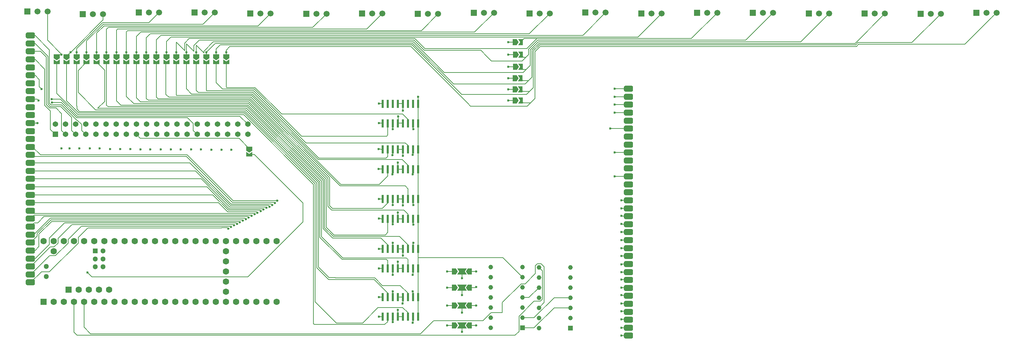
<source format=gbr>
%TF.GenerationSoftware,KiCad,Pcbnew,8.0.3-1.fc40*%
%TF.CreationDate,2024-06-20T14:07:13-04:00*%
%TF.ProjectId,sensor_bar_unified_muxing_1,73656e73-6f72-45f6-9261-725f756e6966,rev?*%
%TF.SameCoordinates,Original*%
%TF.FileFunction,Copper,L1,Top*%
%TF.FilePolarity,Positive*%
%FSLAX46Y46*%
G04 Gerber Fmt 4.6, Leading zero omitted, Abs format (unit mm)*
G04 Created by KiCad (PCBNEW 8.0.3-1.fc40) date 2024-06-20 14:07:13*
%MOMM*%
%LPD*%
G01*
G04 APERTURE LIST*
G04 Aperture macros list*
%AMRoundRect*
0 Rectangle with rounded corners*
0 $1 Rounding radius*
0 $2 $3 $4 $5 $6 $7 $8 $9 X,Y pos of 4 corners*
0 Add a 4 corners polygon primitive as box body*
4,1,4,$2,$3,$4,$5,$6,$7,$8,$9,$2,$3,0*
0 Add four circle primitives for the rounded corners*
1,1,$1+$1,$2,$3*
1,1,$1+$1,$4,$5*
1,1,$1+$1,$6,$7*
1,1,$1+$1,$8,$9*
0 Add four rect primitives between the rounded corners*
20,1,$1+$1,$2,$3,$4,$5,0*
20,1,$1+$1,$4,$5,$6,$7,0*
20,1,$1+$1,$6,$7,$8,$9,0*
20,1,$1+$1,$8,$9,$2,$3,0*%
%AMFreePoly0*
4,1,6,1.000000,0.000000,0.500000,-0.750000,-0.500000,-0.750000,-0.500000,0.750000,0.500000,0.750000,1.000000,0.000000,1.000000,0.000000,$1*%
%AMFreePoly1*
4,1,6,0.500000,-0.750000,-0.650000,-0.750000,-0.150000,0.000000,-0.650000,0.750000,0.500000,0.750000,0.500000,-0.750000,0.500000,-0.750000,$1*%
%AMFreePoly2*
4,1,7,0.700000,0.000000,1.200000,-0.750000,-1.200000,-0.750000,-0.700000,0.000000,-1.200000,0.750000,1.200000,0.750000,0.700000,0.000000,0.700000,0.000000,$1*%
G04 Aperture macros list end*
%TA.AperFunction,ComponentPad*%
%ADD10R,1.500000X1.500000*%
%TD*%
%TA.AperFunction,ComponentPad*%
%ADD11C,1.500000*%
%TD*%
%TA.AperFunction,ComponentPad*%
%ADD12R,1.170000X1.170000*%
%TD*%
%TA.AperFunction,ComponentPad*%
%ADD13C,1.170000*%
%TD*%
%TA.AperFunction,SMDPad,CuDef*%
%ADD14RoundRect,0.073750X0.221250X-0.911250X0.221250X0.911250X-0.221250X0.911250X-0.221250X-0.911250X0*%
%TD*%
%TA.AperFunction,SMDPad,CuDef*%
%ADD15FreePoly0,270.000000*%
%TD*%
%TA.AperFunction,SMDPad,CuDef*%
%ADD16FreePoly1,270.000000*%
%TD*%
%TA.AperFunction,SMDPad,CuDef*%
%ADD17FreePoly0,180.000000*%
%TD*%
%TA.AperFunction,SMDPad,CuDef*%
%ADD18FreePoly2,180.000000*%
%TD*%
%TA.AperFunction,SMDPad,CuDef*%
%ADD19FreePoly0,0.000000*%
%TD*%
%TA.AperFunction,SMDPad,CuDef*%
%ADD20FreePoly1,0.000000*%
%TD*%
%TA.AperFunction,SMDPad,CuDef*%
%ADD21RoundRect,0.381000X-0.762000X-0.381000X0.762000X-0.381000X0.762000X0.381000X-0.762000X0.381000X0*%
%TD*%
%TA.AperFunction,ComponentPad*%
%ADD22R,1.370000X1.370000*%
%TD*%
%TA.AperFunction,ComponentPad*%
%ADD23C,1.370000*%
%TD*%
%TA.AperFunction,ComponentPad*%
%ADD24R,1.600000X1.600000*%
%TD*%
%TA.AperFunction,ComponentPad*%
%ADD25C,1.600000*%
%TD*%
%TA.AperFunction,ComponentPad*%
%ADD26R,1.300000X1.300000*%
%TD*%
%TA.AperFunction,ComponentPad*%
%ADD27C,1.300000*%
%TD*%
%TA.AperFunction,ViaPad*%
%ADD28C,0.600000*%
%TD*%
%TA.AperFunction,Conductor*%
%ADD29C,0.200000*%
%TD*%
G04 APERTURE END LIST*
D10*
%TO.P,U16,1,VCC*%
%TO.N,Net-(BOARDSEL_CMP1-VCC)*%
X221340000Y-18385000D03*
D11*
%TO.P,U16,2,GND*%
%TO.N,GND*%
X223880000Y-18385000D03*
%TO.P,U16,3,OUT*%
%TO.N,Net-(JP11-B)*%
X226420000Y-18385000D03*
%TD*%
D12*
%TO.P,BOARDSEL_ENABLE1,1,1A*%
%TO.N,Net-(BOARDSEL_CMP1-1Y)*%
X149560000Y-97305000D03*
D13*
%TO.P,BOARDSEL_ENABLE1,2,1B*%
%TO.N,Net-(BOARDSEL_CMP1-2Y)*%
X149560000Y-94765000D03*
%TO.P,BOARDSEL_ENABLE1,3*%
%TO.N,N/C*%
X149560000Y-92225000D03*
%TO.P,BOARDSEL_ENABLE1,4,1C*%
%TO.N,Net-(BOARDSEL_CMP1-3Y)*%
X149560000Y-89685000D03*
%TO.P,BOARDSEL_ENABLE1,5,1D*%
%TO.N,Net-(BOARDSEL_CMP1-4Y)*%
X149560000Y-87145000D03*
%TO.P,BOARDSEL_ENABLE1,6,1Y*%
%TO.N,Net-(BOARDSEL_ENABLE1-1Y)*%
X149560000Y-84605000D03*
%TO.P,BOARDSEL_ENABLE1,7,GND*%
%TO.N,GND*%
X149560000Y-82065000D03*
%TO.P,BOARDSEL_ENABLE1,8,2Y*%
%TO.N,unconnected-(BOARDSEL_ENABLE1-2Y-Pad8)*%
X141620000Y-82065000D03*
%TO.P,BOARDSEL_ENABLE1,9,2A*%
%TO.N,unconnected-(BOARDSEL_ENABLE1-2A-Pad9)*%
X141620000Y-84605000D03*
%TO.P,BOARDSEL_ENABLE1,10,2B*%
%TO.N,unconnected-(BOARDSEL_ENABLE1-2B-Pad10)*%
X141620000Y-87145000D03*
%TO.P,BOARDSEL_ENABLE1,11*%
%TO.N,N/C*%
X141620000Y-89685000D03*
%TO.P,BOARDSEL_ENABLE1,12,2C*%
%TO.N,unconnected-(BOARDSEL_ENABLE1-2C-Pad12)*%
X141620000Y-92225000D03*
%TO.P,BOARDSEL_ENABLE1,13,2D*%
%TO.N,unconnected-(BOARDSEL_ENABLE1-2D-Pad13)*%
X141620000Y-94765000D03*
%TO.P,BOARDSEL_ENABLE1,14,VCC*%
%TO.N,Net-(BOARDSEL_CMP1-VCC)*%
X141620000Y-97305000D03*
%TD*%
D14*
%TO.P,DG452_0,1,IN_1*%
%TO.N,Net-(BOARDSEL_ENABLE1-1Y)*%
X114475000Y-94505000D03*
%TO.P,DG452_0,2,D_1*%
%TO.N,Net-(DG452_0-D_1)*%
X115745000Y-94505000D03*
%TO.P,DG452_0,3,S_1*%
%TO.N,Net-(DG452_0-S_1)*%
X117015000Y-94505000D03*
%TO.P,DG452_0,4,V-*%
%TO.N,GND*%
X118285000Y-94505000D03*
%TO.P,DG452_0,5,GND*%
X119555000Y-94505000D03*
%TO.P,DG452_0,6,S_4*%
%TO.N,Net-(DG452_0-S_4)*%
X120825000Y-94505000D03*
%TO.P,DG452_0,7,D_4*%
%TO.N,Net-(DG452_0-D_4)*%
X122095000Y-94505000D03*
%TO.P,DG452_0,8,IN_4*%
%TO.N,Net-(BOARDSEL_ENABLE1-1Y)*%
X123365000Y-94505000D03*
%TO.P,DG452_0,9,IN_3*%
X123365000Y-89555000D03*
%TO.P,DG452_0,10,D_3*%
%TO.N,Net-(DG452_0-D_3)*%
X122095000Y-89555000D03*
%TO.P,DG452_0,11,S_3*%
%TO.N,Net-(DG452_0-S_3)*%
X120825000Y-89555000D03*
%TO.P,DG452_0,12,V_L*%
%TO.N,Net-(BOARDSEL_CMP1-VCC)*%
X119555000Y-89555000D03*
%TO.P,DG452_0,13,V+*%
X118285000Y-89555000D03*
%TO.P,DG452_0,14,S_2*%
%TO.N,Net-(DG452_0-S_2)*%
X117015000Y-89555000D03*
%TO.P,DG452_0,15,D_2*%
%TO.N,Net-(DG452_0-D_2)*%
X115745000Y-89555000D03*
%TO.P,DG452_0,16,IN_2*%
%TO.N,Net-(BOARDSEL_ENABLE1-1Y)*%
X114475000Y-89555000D03*
%TD*%
D10*
%TO.P,U13,1,VCC*%
%TO.N,Net-(BOARDSEL_CMP1-VCC)*%
X179340000Y-18345000D03*
D11*
%TO.P,U13,2,GND*%
%TO.N,GND*%
X181880000Y-18345000D03*
%TO.P,U13,3,OUT*%
%TO.N,Net-(JP14-B)*%
X184420000Y-18345000D03*
%TD*%
D15*
%TO.P,JP52,1,A*%
%TO.N,Net-(JP21-B)*%
X42780000Y-29135000D03*
D16*
%TO.P,JP52,2,B*%
%TO.N,Net-(DG452_1-D_1)*%
X42780000Y-30585000D03*
%TD*%
D10*
%TO.P,U15,1,VCC*%
%TO.N,Net-(BOARDSEL_CMP1-VCC)*%
X207340000Y-18185000D03*
D11*
%TO.P,U15,2,GND*%
%TO.N,GND*%
X209880000Y-18185000D03*
%TO.P,U15,3,OUT*%
%TO.N,Net-(JP12-B)*%
X212420000Y-18185000D03*
%TD*%
D10*
%TO.P,U9,1,VCC*%
%TO.N,Net-(BOARDSEL_CMP1-VCC)*%
X123340000Y-18485000D03*
D11*
%TO.P,U9,2,GND*%
%TO.N,GND*%
X125880000Y-18485000D03*
%TO.P,U9,3,OUT*%
%TO.N,Net-(JP18-B)*%
X128420000Y-18485000D03*
%TD*%
D15*
%TO.P,JP53,1,A*%
%TO.N,Net-(JP20-B)*%
X45280000Y-29135000D03*
D16*
%TO.P,JP53,2,B*%
%TO.N,Net-(DG452_1-S_4)*%
X45280000Y-30585000D03*
%TD*%
D14*
%TO.P,DG452_2,1,IN_1*%
%TO.N,Net-(BOARDSEL_ENABLE1-1Y)*%
X114530000Y-69935000D03*
%TO.P,DG452_2,2,D_1*%
%TO.N,Net-(DG452_2-D_1)*%
X115800000Y-69935000D03*
%TO.P,DG452_2,3,S_1*%
%TO.N,Net-(DG452_2-S_1)*%
X117070000Y-69935000D03*
%TO.P,DG452_2,4,V-*%
%TO.N,GND*%
X118340000Y-69935000D03*
%TO.P,DG452_2,5,GND*%
X119610000Y-69935000D03*
%TO.P,DG452_2,6,S_4*%
%TO.N,Net-(DG452_2-S_4)*%
X120880000Y-69935000D03*
%TO.P,DG452_2,7,D_4*%
%TO.N,Net-(DG452_2-D_4)*%
X122150000Y-69935000D03*
%TO.P,DG452_2,8,IN_4*%
%TO.N,Net-(BOARDSEL_ENABLE1-1Y)*%
X123420000Y-69935000D03*
%TO.P,DG452_2,9,IN_3*%
X123420000Y-64985000D03*
%TO.P,DG452_2,10,D_3*%
%TO.N,Net-(DG452_2-D_3)*%
X122150000Y-64985000D03*
%TO.P,DG452_2,11,S_3*%
%TO.N,Net-(DG452_2-S_3)*%
X120880000Y-64985000D03*
%TO.P,DG452_2,12,V_L*%
%TO.N,Net-(BOARDSEL_CMP1-VCC)*%
X119610000Y-64985000D03*
%TO.P,DG452_2,13,V+*%
X118340000Y-64985000D03*
%TO.P,DG452_2,14,S_2*%
%TO.N,Net-(DG452_2-S_2)*%
X117070000Y-64985000D03*
%TO.P,DG452_2,15,D_2*%
%TO.N,Net-(DG452_2-D_2)*%
X115800000Y-64985000D03*
%TO.P,DG452_2,16,IN_2*%
%TO.N,Net-(BOARDSEL_ENABLE1-1Y)*%
X114530000Y-64985000D03*
%TD*%
%TO.P,DG452_3,1,IN_1*%
%TO.N,Net-(BOARDSEL_ENABLE1-1Y)*%
X114475000Y-57460000D03*
%TO.P,DG452_3,2,D_1*%
%TO.N,Net-(DG452_3-D_1)*%
X115745000Y-57460000D03*
%TO.P,DG452_3,3,S_1*%
%TO.N,Net-(DG452_3-S_1)*%
X117015000Y-57460000D03*
%TO.P,DG452_3,4,V-*%
%TO.N,GND*%
X118285000Y-57460000D03*
%TO.P,DG452_3,5,GND*%
X119555000Y-57460000D03*
%TO.P,DG452_3,6,S_4*%
%TO.N,Net-(DG452_3-S_4)*%
X120825000Y-57460000D03*
%TO.P,DG452_3,7,D_4*%
%TO.N,Net-(DG452_3-D_4)*%
X122095000Y-57460000D03*
%TO.P,DG452_3,8,IN_4*%
%TO.N,Net-(BOARDSEL_ENABLE1-1Y)*%
X123365000Y-57460000D03*
%TO.P,DG452_3,9,IN_3*%
X123365000Y-52510000D03*
%TO.P,DG452_3,10,D_3*%
%TO.N,Net-(DG452_3-D_3)*%
X122095000Y-52510000D03*
%TO.P,DG452_3,11,S_3*%
%TO.N,Net-(DG452_3-S_3)*%
X120825000Y-52510000D03*
%TO.P,DG452_3,12,V_L*%
%TO.N,Net-(BOARDSEL_CMP1-VCC)*%
X119555000Y-52510000D03*
%TO.P,DG452_3,13,V+*%
X118285000Y-52510000D03*
%TO.P,DG452_3,14,S_2*%
%TO.N,Net-(DG452_3-S_2)*%
X117015000Y-52510000D03*
%TO.P,DG452_3,15,D_2*%
%TO.N,Net-(DG452_3-D_2)*%
X115745000Y-52510000D03*
%TO.P,DG452_3,16,IN_2*%
%TO.N,Net-(BOARDSEL_ENABLE1-1Y)*%
X114475000Y-52510000D03*
%TD*%
D10*
%TO.P,U19,1,VCC*%
%TO.N,Net-(BOARDSEL_CMP1-VCC)*%
X263340000Y-18185000D03*
D11*
%TO.P,U19,2,GND*%
%TO.N,GND*%
X265880000Y-18185000D03*
%TO.P,U19,3,OUT*%
%TO.N,Net-(JP26-B)*%
X268420000Y-18185000D03*
%TD*%
D17*
%TO.P,JP2,1,A*%
%TO.N,Net-(BOARDSEL_CMP1-VCC)*%
X136380000Y-91685000D03*
D18*
%TO.P,JP2,2,C*%
%TO.N,Net-(BOARDSEL_CMP1-2B)*%
X134380000Y-91685000D03*
D19*
%TO.P,JP2,3,B*%
%TO.N,GND*%
X132380000Y-91685000D03*
%TD*%
D10*
%TO.P,U10,1,VCC*%
%TO.N,Net-(BOARDSEL_CMP1-VCC)*%
X137340000Y-18185000D03*
D11*
%TO.P,U10,2,GND*%
%TO.N,GND*%
X139880000Y-18185000D03*
%TO.P,U10,3,OUT*%
%TO.N,Net-(JP17-B)*%
X142420000Y-18185000D03*
%TD*%
D17*
%TO.P,JP4,1,A*%
%TO.N,Net-(BOARDSEL_CMP1-VCC)*%
X136380000Y-83185000D03*
D18*
%TO.P,JP4,2,C*%
%TO.N,Net-(BOARDSEL_CMP1-4B)*%
X134380000Y-83185000D03*
D19*
%TO.P,JP4,3,B*%
%TO.N,GND*%
X132380000Y-83185000D03*
%TD*%
D14*
%TO.P,DG45_4,1,IN_1*%
%TO.N,Net-(BOARDSEL_ENABLE1-1Y)*%
X114510000Y-45985000D03*
%TO.P,DG45_4,2,D_1*%
%TO.N,Net-(DG45_4-D_1)*%
X115780000Y-45985000D03*
%TO.P,DG45_4,3,S_1*%
%TO.N,Net-(DG45_4-S_1)*%
X117050000Y-45985000D03*
%TO.P,DG45_4,4,V-*%
%TO.N,GND*%
X118320000Y-45985000D03*
%TO.P,DG45_4,5,GND*%
X119590000Y-45985000D03*
%TO.P,DG45_4,6,S_4*%
%TO.N,Net-(DG45_4-S_4)*%
X120860000Y-45985000D03*
%TO.P,DG45_4,7,D_4*%
%TO.N,Net-(DG45_4-D_4)*%
X122130000Y-45985000D03*
%TO.P,DG45_4,8,IN_4*%
%TO.N,Net-(BOARDSEL_ENABLE1-1Y)*%
X123400000Y-45985000D03*
%TO.P,DG45_4,9,IN_3*%
X123400000Y-41035000D03*
%TO.P,DG45_4,10,D_3*%
%TO.N,unconnected-(DG45_4-D_3-Pad10)*%
X122130000Y-41035000D03*
%TO.P,DG45_4,11,S_3*%
%TO.N,unconnected-(DG45_4-S_3-Pad11)*%
X120860000Y-41035000D03*
%TO.P,DG45_4,12,V_L*%
%TO.N,Net-(BOARDSEL_CMP1-VCC)*%
X119590000Y-41035000D03*
%TO.P,DG45_4,13,V+*%
X118320000Y-41035000D03*
%TO.P,DG45_4,14,S_2*%
%TO.N,unconnected-(DG45_4-S_2-Pad14)*%
X117050000Y-41035000D03*
%TO.P,DG45_4,15,D_2*%
%TO.N,unconnected-(DG45_4-D_2-Pad15)*%
X115780000Y-41035000D03*
%TO.P,DG45_4,16,IN_2*%
%TO.N,Net-(BOARDSEL_ENABLE1-1Y)*%
X114510000Y-41035000D03*
%TD*%
D19*
%TO.P,JP5,1,A*%
%TO.N,GND*%
X147650000Y-25600000D03*
D20*
%TO.P,JP5,2,B*%
%TO.N,Net-(JP13-B)*%
X149100000Y-25600000D03*
%TD*%
D10*
%TO.P,U7,1,VCC*%
%TO.N,Net-(BOARDSEL_CMP1-VCC)*%
X95340000Y-18485000D03*
D11*
%TO.P,U7,2,GND*%
%TO.N,GND*%
X97880000Y-18485000D03*
%TO.P,U7,3,OUT*%
%TO.N,Net-(JP20-B)*%
X100420000Y-18485000D03*
%TD*%
D19*
%TO.P,JP25,1,A*%
%TO.N,GND*%
X147600000Y-37400000D03*
D20*
%TO.P,JP25,2,B*%
%TO.N,Net-(JP25-B)*%
X149050000Y-37400000D03*
%TD*%
D10*
%TO.P,U11,1,VCC*%
%TO.N,Net-(BOARDSEL_CMP1-VCC)*%
X151340000Y-18345000D03*
D11*
%TO.P,U11,2,GND*%
%TO.N,GND*%
X153880000Y-18345000D03*
%TO.P,U11,3,OUT*%
%TO.N,Net-(JP16-B)*%
X156420000Y-18345000D03*
%TD*%
D17*
%TO.P,JP1,1,A*%
%TO.N,Net-(BOARDSEL_CMP1-VCC)*%
X136380000Y-96685000D03*
D18*
%TO.P,JP1,2,C*%
%TO.N,Net-(BOARDSEL_CMP1-1B)*%
X134380000Y-96685000D03*
D19*
%TO.P,JP1,3,B*%
%TO.N,GND*%
X132380000Y-96685000D03*
%TD*%
D10*
%TO.P,U8,1,VCC*%
%TO.N,Net-(BOARDSEL_CMP1-VCC)*%
X109340000Y-18385000D03*
D11*
%TO.P,U8,2,GND*%
%TO.N,GND*%
X111880000Y-18385000D03*
%TO.P,U8,3,OUT*%
%TO.N,Net-(JP19-B)*%
X114420000Y-18385000D03*
%TD*%
D19*
%TO.P,JP7,1,A*%
%TO.N,GND*%
X147700000Y-31800000D03*
D20*
%TO.P,JP7,2,B*%
%TO.N,Net-(JP11-B)*%
X149150000Y-31800000D03*
%TD*%
D10*
%TO.P,U6,1,VCC*%
%TO.N,Net-(BOARDSEL_CMP1-VCC)*%
X81340000Y-18345000D03*
D11*
%TO.P,U6,2,GND*%
%TO.N,GND*%
X83880000Y-18345000D03*
%TO.P,U6,3,OUT*%
%TO.N,Net-(JP21-B)*%
X86420000Y-18345000D03*
%TD*%
D15*
%TO.P,JP49,1,A*%
%TO.N,Net-(JP46-B)*%
X35280000Y-29135000D03*
D16*
%TO.P,JP49,2,B*%
%TO.N,Net-(DG452_0-S_4)*%
X35280000Y-30585000D03*
%TD*%
D15*
%TO.P,JP61,1,A*%
%TO.N,Net-(JP12-B)*%
X65280000Y-29135000D03*
D16*
%TO.P,JP61,2,B*%
%TO.N,Net-(DG452_3-S_4)*%
X65280000Y-30585000D03*
%TD*%
D15*
%TO.P,JP59,1,A*%
%TO.N,Net-(JP14-B)*%
X60280000Y-29160000D03*
D16*
%TO.P,JP59,2,B*%
%TO.N,Net-(DG452_2-S_3)*%
X60280000Y-30610000D03*
%TD*%
D15*
%TO.P,JP57,1,A*%
%TO.N,Net-(JP16-B)*%
X55280000Y-29160000D03*
D16*
%TO.P,JP57,2,B*%
%TO.N,Net-(DG452_2-S_4)*%
X55280000Y-30610000D03*
%TD*%
D15*
%TO.P,JP60,1,A*%
%TO.N,Net-(JP13-B)*%
X62780000Y-29135000D03*
D16*
%TO.P,JP60,2,B*%
%TO.N,Net-(DG452_3-D_1)*%
X62780000Y-30585000D03*
%TD*%
D15*
%TO.P,JP54,1,A*%
%TO.N,Net-(JP19-B)*%
X47780000Y-29135000D03*
D16*
%TO.P,JP54,2,B*%
%TO.N,Net-(DG452_1-D_2)*%
X47780000Y-30585000D03*
%TD*%
D10*
%TO.P,U17,1,VCC*%
%TO.N,Net-(BOARDSEL_CMP1-VCC)*%
X235340000Y-18385000D03*
D11*
%TO.P,U17,2,GND*%
%TO.N,GND*%
X237880000Y-18385000D03*
%TO.P,U17,3,OUT*%
%TO.N,Net-(JP10-B)*%
X240420000Y-18385000D03*
%TD*%
D10*
%TO.P,U18,1,VCC*%
%TO.N,Net-(BOARDSEL_CMP1-VCC)*%
X249340000Y-18485000D03*
D11*
%TO.P,U18,2,GND*%
%TO.N,GND*%
X251880000Y-18485000D03*
%TO.P,U18,3,OUT*%
%TO.N,Net-(JP25-B)*%
X254420000Y-18485000D03*
%TD*%
D15*
%TO.P,JP64,1,A*%
%TO.N,Net-(JP25-B)*%
X72780000Y-29160000D03*
D16*
%TO.P,JP64,2,B*%
%TO.N,Net-(DG45_4-D_1)*%
X72780000Y-30610000D03*
%TD*%
D15*
%TO.P,JP23,1,A*%
%TO.N,Net-(J2-Pin_9)*%
X81100000Y-52300000D03*
D16*
%TO.P,JP23,2,B*%
%TO.N,Net-(JP23-B)*%
X81100000Y-53750000D03*
%TD*%
D15*
%TO.P,JP58,1,A*%
%TO.N,Net-(JP15-B)*%
X57780000Y-29160000D03*
D16*
%TO.P,JP58,2,B*%
%TO.N,Net-(DG452_2-D_2)*%
X57780000Y-30610000D03*
%TD*%
D10*
%TO.P,U12,1,VCC*%
%TO.N,Net-(BOARDSEL_CMP1-VCC)*%
X165340000Y-18145000D03*
D11*
%TO.P,U12,2,GND*%
%TO.N,GND*%
X167880000Y-18145000D03*
%TO.P,U12,3,OUT*%
%TO.N,Net-(JP15-B)*%
X170420000Y-18145000D03*
%TD*%
D19*
%TO.P,JP6,1,A*%
%TO.N,GND*%
X147675000Y-28700000D03*
D20*
%TO.P,JP6,2,B*%
%TO.N,Net-(JP12-B)*%
X149125000Y-28700000D03*
%TD*%
D19*
%TO.P,JP24,1,A*%
%TO.N,GND*%
X147600000Y-34600000D03*
D20*
%TO.P,JP24,2,B*%
%TO.N,Net-(JP10-B)*%
X149050000Y-34600000D03*
%TD*%
D10*
%TO.P,U3,1,VCC*%
%TO.N,Net-(BOARDSEL_CMP1-VCC)*%
X39340000Y-18545000D03*
D11*
%TO.P,U3,2,GND*%
%TO.N,GND*%
X41880000Y-18545000D03*
%TO.P,U3,3,OUT*%
%TO.N,Net-(JP46-B)*%
X44420000Y-18545000D03*
%TD*%
D10*
%TO.P,U5,1,VCC*%
%TO.N,Net-(BOARDSEL_CMP1-VCC)*%
X67340000Y-18145000D03*
D11*
%TO.P,U5,2,GND*%
%TO.N,GND*%
X69880000Y-18145000D03*
%TO.P,U5,3,OUT*%
%TO.N,Net-(JP22-B)*%
X72420000Y-18145000D03*
%TD*%
D15*
%TO.P,JP51,1,A*%
%TO.N,Net-(JP22-B)*%
X40280000Y-29135000D03*
D16*
%TO.P,JP51,2,B*%
%TO.N,Net-(DG452_0-S_3)*%
X40280000Y-30585000D03*
%TD*%
D21*
%TO.P,J2,1,Pin_1*%
%TO.N,Net-(BOARDSEL_CMP1-4A)*%
X176180000Y-37285000D03*
%TO.P,J2,2,Pin_2*%
%TO.N,Net-(BOARDSEL_CMP1-3A)*%
X176180000Y-39285000D03*
%TO.P,J2,3,Pin_3*%
%TO.N,Net-(BOARDSEL_CMP1-2A)*%
X176180000Y-41285000D03*
%TO.P,J2,4,Pin_4*%
%TO.N,Net-(BOARDSEL_CMP1-1A)*%
X176180000Y-43285000D03*
%TO.P,J2,5,Pin_5*%
%TO.N,unconnected-(J2-Pin_5-Pad5)*%
X176180000Y-45285000D03*
%TO.P,J2,6,Pin_6*%
%TO.N,GND*%
X176180000Y-47285000D03*
%TO.P,J2,7,Pin_7*%
%TO.N,unconnected-(J2-Pin_7-Pad7)*%
X176180000Y-49285000D03*
%TO.P,J2,8,Pin_8*%
%TO.N,unconnected-(J2-Pin_8-Pad8)*%
X176180000Y-51285000D03*
%TO.P,J2,9,Pin_9*%
%TO.N,Net-(J2-Pin_9)*%
X176180000Y-53285000D03*
%TO.P,J2,10,Pin_10*%
%TO.N,unconnected-(J2-Pin_10-Pad10)*%
X176180000Y-55285000D03*
%TO.P,J2,11,Pin_11*%
%TO.N,unconnected-(J2-Pin_11-Pad11)*%
X176180000Y-57285000D03*
%TO.P,J2,12,Pin_12*%
%TO.N,Net-(BOARDSEL_CMP1-VCC)*%
X176180000Y-59285000D03*
%TO.P,J2,13,Pin_13*%
%TO.N,unconnected-(J2-Pin_13-Pad13)*%
X176180000Y-61285000D03*
%TO.P,J2,14,Pin_14*%
%TO.N,unconnected-(J2-Pin_14-Pad14)*%
X176180000Y-63285000D03*
%TO.P,J2,15,Pin_15*%
%TO.N,Net-(DG45_4-D_4)*%
X176180000Y-65285000D03*
%TO.P,J2,16,Pin_16*%
%TO.N,Net-(DG45_4-S_1)*%
X176180000Y-67285000D03*
%TO.P,J2,17,Pin_17*%
%TO.N,Net-(DG452_3-D_3)*%
X176180000Y-69285000D03*
%TO.P,J2,18,Pin_18*%
%TO.N,Net-(DG452_3-S_2)*%
X176180000Y-71285000D03*
%TO.P,J2,19,Pin_19*%
%TO.N,Net-(DG452_3-D_4)*%
X176180000Y-73285000D03*
%TO.P,J2,20,Pin_20*%
%TO.N,Net-(DG452_3-S_1)*%
X176180000Y-75285000D03*
%TO.P,J2,21,Pin_21*%
%TO.N,Net-(DG452_2-D_3)*%
X176180000Y-77285000D03*
%TO.P,J2,22,Pin_22*%
%TO.N,Net-(DG452_2-S_2)*%
X176180000Y-79285000D03*
%TO.P,J2,23,Pin_23*%
%TO.N,Net-(DG452_2-D_4)*%
X176180000Y-81285000D03*
%TO.P,J2,24,Pin_24*%
%TO.N,Net-(DG452_2-S_1)*%
X176180000Y-83285000D03*
%TO.P,J2,25,Pin_25*%
%TO.N,Net-(DG452_1-D_3)*%
X176180000Y-85285000D03*
%TO.P,J2,26,Pin_26*%
%TO.N,Net-(DG452_1-S_2)*%
X176180000Y-87285000D03*
%TO.P,J2,27,Pin_27*%
%TO.N,Net-(DG452_1-D_4)*%
X176180000Y-89285000D03*
%TO.P,J2,28,Pin_28*%
%TO.N,Net-(DG452_1-S_1)*%
X176180000Y-91285000D03*
%TO.P,J2,29,Pin_29*%
%TO.N,Net-(DG452_0-D_3)*%
X176180000Y-93285000D03*
%TO.P,J2,30,Pin_30*%
%TO.N,Net-(DG452_0-S_2)*%
X176180000Y-95285000D03*
%TO.P,J2,31,Pin_31*%
%TO.N,Net-(DG452_0-D_4)*%
X176180000Y-97285000D03*
%TO.P,J2,32,Pin_32*%
%TO.N,Net-(DG452_0-S_1)*%
X176180000Y-99285000D03*
%TD*%
%TO.P,J3,1,Pin_1*%
%TO.N,Net-(BOARDSEL_CMP1-4A)*%
X26200000Y-23900000D03*
%TO.P,J3,2,Pin_2*%
%TO.N,Net-(BOARDSEL_CMP1-3A)*%
X26200000Y-25900000D03*
%TO.P,J3,3,Pin_3*%
%TO.N,Net-(BOARDSEL_CMP1-2A)*%
X26200000Y-27900000D03*
%TO.P,J3,4,Pin_4*%
%TO.N,Net-(BOARDSEL_CMP1-1A)*%
X26200000Y-29900000D03*
%TO.P,J3,5,Pin_5*%
%TO.N,unconnected-(J3-Pin_5-Pad5)*%
X26200000Y-31900000D03*
%TO.P,J3,6,Pin_6*%
%TO.N,GND*%
X26200000Y-33900000D03*
%TO.P,J3,7,Pin_7*%
%TO.N,unconnected-(J3-Pin_7-Pad7)*%
X26200000Y-35900000D03*
%TO.P,J3,8,Pin_8*%
%TO.N,unconnected-(J3-Pin_8-Pad8)*%
X26200000Y-37900000D03*
%TO.P,J3,9,Pin_9*%
%TO.N,Net-(J2-Pin_9)*%
X26200000Y-39900000D03*
%TO.P,J3,10,Pin_10*%
%TO.N,unconnected-(J3-Pin_10-Pad10)*%
X26200000Y-41900000D03*
%TO.P,J3,11,Pin_11*%
%TO.N,unconnected-(J3-Pin_11-Pad11)*%
X26200000Y-43900000D03*
%TO.P,J3,12,Pin_12*%
%TO.N,Net-(BOARDSEL_CMP1-VCC)*%
X26200000Y-45900000D03*
%TO.P,J3,13,Pin_13*%
%TO.N,unconnected-(J3-Pin_13-Pad13)*%
X26200000Y-47900000D03*
%TO.P,J3,14,Pin_14*%
%TO.N,unconnected-(J3-Pin_14-Pad14)*%
X26200000Y-49900000D03*
%TO.P,J3,15,Pin_15*%
%TO.N,Net-(DG45_4-D_4)*%
X26200000Y-51900000D03*
%TO.P,J3,16,Pin_16*%
%TO.N,Net-(DG45_4-S_1)*%
X26200000Y-53900000D03*
%TO.P,J3,17,Pin_17*%
%TO.N,Net-(DG452_3-D_3)*%
X26200000Y-55900000D03*
%TO.P,J3,18,Pin_18*%
%TO.N,Net-(DG452_3-S_2)*%
X26200000Y-57900000D03*
%TO.P,J3,19,Pin_19*%
%TO.N,Net-(DG452_3-D_4)*%
X26200000Y-59900000D03*
%TO.P,J3,20,Pin_20*%
%TO.N,Net-(DG452_3-S_1)*%
X26200000Y-61900000D03*
%TO.P,J3,21,Pin_21*%
%TO.N,Net-(DG452_2-D_3)*%
X26200000Y-63900000D03*
%TO.P,J3,22,Pin_22*%
%TO.N,Net-(DG452_2-S_2)*%
X26200000Y-65900000D03*
%TO.P,J3,23,Pin_23*%
%TO.N,Net-(DG452_2-D_4)*%
X26200000Y-67900000D03*
%TO.P,J3,24,Pin_24*%
%TO.N,Net-(DG452_2-S_1)*%
X26200000Y-69900000D03*
%TO.P,J3,25,Pin_25*%
%TO.N,Net-(DG452_1-D_3)*%
X26200000Y-71900000D03*
%TO.P,J3,26,Pin_26*%
%TO.N,Net-(DG452_1-S_2)*%
X26200000Y-73900000D03*
%TO.P,J3,27,Pin_27*%
%TO.N,Net-(DG452_1-D_4)*%
X26200000Y-75900000D03*
%TO.P,J3,28,Pin_28*%
%TO.N,Net-(DG452_1-S_1)*%
X26200000Y-77900000D03*
%TO.P,J3,29,Pin_29*%
%TO.N,Net-(DG452_0-D_3)*%
X26200000Y-79900000D03*
%TO.P,J3,30,Pin_30*%
%TO.N,Net-(DG452_0-S_2)*%
X26200000Y-81900000D03*
%TO.P,J3,31,Pin_31*%
%TO.N,Net-(DG452_0-D_4)*%
X26200000Y-83900000D03*
%TO.P,J3,32,Pin_32*%
%TO.N,Net-(DG452_0-S_1)*%
X26200000Y-85900000D03*
%TD*%
D15*
%TO.P,JP50,1,A*%
%TO.N,Net-(JP45-B)*%
X37780000Y-29135000D03*
D16*
%TO.P,JP50,2,B*%
%TO.N,Net-(DG452_0-D_2)*%
X37780000Y-30585000D03*
%TD*%
D17*
%TO.P,JP3,1,A*%
%TO.N,Net-(BOARDSEL_CMP1-VCC)*%
X136380000Y-87185000D03*
D18*
%TO.P,JP3,2,C*%
%TO.N,Net-(BOARDSEL_CMP1-3B)*%
X134380000Y-87185000D03*
D19*
%TO.P,JP3,3,B*%
%TO.N,GND*%
X132380000Y-87185000D03*
%TD*%
D15*
%TO.P,JP55,1,A*%
%TO.N,Net-(JP18-B)*%
X50280000Y-29135000D03*
D16*
%TO.P,JP55,2,B*%
%TO.N,Net-(DG452_1-S_3)*%
X50280000Y-30585000D03*
%TD*%
D14*
%TO.P,DG452_1,1,IN_1*%
%TO.N,Net-(BOARDSEL_ENABLE1-1Y)*%
X114475000Y-82410000D03*
%TO.P,DG452_1,2,D_1*%
%TO.N,Net-(DG452_1-D_1)*%
X115745000Y-82410000D03*
%TO.P,DG452_1,3,S_1*%
%TO.N,Net-(DG452_1-S_1)*%
X117015000Y-82410000D03*
%TO.P,DG452_1,4,V-*%
%TO.N,GND*%
X118285000Y-82410000D03*
%TO.P,DG452_1,5,GND*%
X119555000Y-82410000D03*
%TO.P,DG452_1,6,S_4*%
%TO.N,Net-(DG452_1-S_4)*%
X120825000Y-82410000D03*
%TO.P,DG452_1,7,D_4*%
%TO.N,Net-(DG452_1-D_4)*%
X122095000Y-82410000D03*
%TO.P,DG452_1,8,IN_4*%
%TO.N,Net-(BOARDSEL_ENABLE1-1Y)*%
X123365000Y-82410000D03*
%TO.P,DG452_1,9,IN_3*%
X123365000Y-77460000D03*
%TO.P,DG452_1,10,D_3*%
%TO.N,Net-(DG452_1-D_3)*%
X122095000Y-77460000D03*
%TO.P,DG452_1,11,S_3*%
%TO.N,Net-(DG452_1-S_3)*%
X120825000Y-77460000D03*
%TO.P,DG452_1,12,V_L*%
%TO.N,Net-(BOARDSEL_CMP1-VCC)*%
X119555000Y-77460000D03*
%TO.P,DG452_1,13,V+*%
X118285000Y-77460000D03*
%TO.P,DG452_1,14,S_2*%
%TO.N,Net-(DG452_1-S_2)*%
X117015000Y-77460000D03*
%TO.P,DG452_1,15,D_2*%
%TO.N,Net-(DG452_1-D_2)*%
X115745000Y-77460000D03*
%TO.P,DG452_1,16,IN_2*%
%TO.N,Net-(BOARDSEL_ENABLE1-1Y)*%
X114475000Y-77460000D03*
%TD*%
D15*
%TO.P,JP65,1,A*%
%TO.N,Net-(JP26-B)*%
X75280000Y-29160000D03*
D16*
%TO.P,JP65,2,B*%
%TO.N,Net-(DG45_4-S_4)*%
X75280000Y-30610000D03*
%TD*%
D15*
%TO.P,JP63,1,A*%
%TO.N,Net-(JP10-B)*%
X70280000Y-29135000D03*
D16*
%TO.P,JP63,2,B*%
%TO.N,Net-(DG452_3-S_3)*%
X70280000Y-30585000D03*
%TD*%
D10*
%TO.P,U2,1,VCC*%
%TO.N,Net-(BOARDSEL_CMP1-VCC)*%
X25440000Y-17845000D03*
D11*
%TO.P,U2,2,GND*%
%TO.N,GND*%
X27980000Y-17845000D03*
%TO.P,U2,3,OUT*%
%TO.N,Net-(JP47-B)*%
X30520000Y-17845000D03*
%TD*%
D15*
%TO.P,JP48,1,A*%
%TO.N,Net-(JP47-B)*%
X32780000Y-29135000D03*
D16*
%TO.P,JP48,2,B*%
%TO.N,Net-(DG452_0-D_1)*%
X32780000Y-30585000D03*
%TD*%
D22*
%TO.P,interboard connect,01,01*%
%TO.N,Net-(BOARDSEL_CMP1-1A)*%
X32440000Y-48725000D03*
D23*
%TO.P,interboard connect,02,02*%
%TO.N,Net-(DG452_0-S_1)*%
X32440000Y-46185000D03*
%TO.P,interboard connect,03,03*%
%TO.N,Net-(BOARDSEL_CMP1-2A)*%
X34980000Y-48725000D03*
%TO.P,interboard connect,04,04*%
%TO.N,Net-(DG452_0-D_4)*%
X34980000Y-46185000D03*
%TO.P,interboard connect,05,05*%
%TO.N,Net-(BOARDSEL_CMP1-3A)*%
X37520000Y-48725000D03*
%TO.P,interboard connect,06,06*%
%TO.N,Net-(DG452_0-S_2)*%
X37520000Y-46185000D03*
%TO.P,interboard connect,07,07*%
%TO.N,Net-(BOARDSEL_CMP1-4A)*%
X40060000Y-48725000D03*
%TO.P,interboard connect,08,08*%
%TO.N,Net-(DG452_0-D_3)*%
X40060000Y-46185000D03*
%TO.P,interboard connect,09,09*%
%TO.N,unconnected-(J1-Pad09)*%
X42600000Y-48725000D03*
%TO.P,interboard connect,10,10*%
%TO.N,Net-(DG452_1-S_1)*%
X42600000Y-46185000D03*
%TO.P,interboard connect,11,11*%
%TO.N,unconnected-(J1-Pad11)*%
X45140000Y-48725000D03*
%TO.P,interboard connect,12,12*%
%TO.N,Net-(DG452_1-D_4)*%
X45140000Y-46185000D03*
%TO.P,interboard connect,13,13*%
%TO.N,unconnected-(J1-Pad13)*%
X47680000Y-48725000D03*
%TO.P,interboard connect,14,14*%
%TO.N,Net-(DG452_1-S_2)*%
X47680000Y-46185000D03*
%TO.P,interboard connect,15,15*%
%TO.N,unconnected-(J1-Pad15)*%
X50220000Y-48725000D03*
%TO.P,interboard connect,16,16*%
%TO.N,Net-(DG452_1-D_3)*%
X50220000Y-46185000D03*
%TO.P,interboard connect,17,17*%
%TO.N,Net-(J2-Pin_9)*%
X52760000Y-48725000D03*
%TO.P,interboard connect,18,18*%
%TO.N,Net-(DG452_2-S_1)*%
X52760000Y-46185000D03*
%TO.P,interboard connect,19,19*%
%TO.N,unconnected-(J1-Pad19)*%
X55300000Y-48725000D03*
%TO.P,interboard connect,20,20*%
%TO.N,Net-(DG452_2-D_4)*%
X55300000Y-46185000D03*
%TO.P,interboard connect,21,21*%
%TO.N,unconnected-(J1-Pad21)*%
X57840000Y-48725000D03*
%TO.P,interboard connect,22,22*%
%TO.N,Net-(DG452_2-S_2)*%
X57840000Y-46185000D03*
%TO.P,interboard connect,23,23*%
%TO.N,unconnected-(J1-Pad23)*%
X60380000Y-48725000D03*
%TO.P,interboard connect,24,24*%
%TO.N,Net-(DG452_2-D_3)*%
X60380000Y-46185000D03*
%TO.P,interboard connect,25,25*%
%TO.N,unconnected-(J1-Pad25)*%
X62920000Y-48725000D03*
%TO.P,interboard connect,26,26*%
%TO.N,Net-(DG452_3-S_1)*%
X62920000Y-46185000D03*
%TO.P,interboard connect,27,27*%
%TO.N,unconnected-(J1-Pad27)*%
X65460000Y-48725000D03*
%TO.P,interboard connect,28,28*%
%TO.N,Net-(DG452_3-D_4)*%
X65460000Y-46185000D03*
%TO.P,interboard connect,29,29*%
%TO.N,Net-(BOARDSEL_CMP1-VCC)*%
X68000000Y-48725000D03*
%TO.P,interboard connect,30,30*%
%TO.N,Net-(DG452_3-S_2)*%
X68000000Y-46185000D03*
%TO.P,interboard connect,31,31*%
%TO.N,unconnected-(J1-Pad31)*%
X70540000Y-48725000D03*
%TO.P,interboard connect,32,32*%
%TO.N,Net-(DG452_3-D_3)*%
X70540000Y-46185000D03*
%TO.P,interboard connect,33,33*%
%TO.N,unconnected-(J1-Pad33)*%
X73080000Y-48725000D03*
%TO.P,interboard connect,34,34*%
%TO.N,Net-(DG45_4-S_1)*%
X73080000Y-46185000D03*
%TO.P,interboard connect,35,35*%
%TO.N,unconnected-(J1-Pad35)*%
X75620000Y-48725000D03*
%TO.P,interboard connect,36,36*%
%TO.N,Net-(DG45_4-D_4)*%
X75620000Y-46185000D03*
%TO.P,interboard connect,37,37*%
%TO.N,unconnected-(J1-Pad37)*%
X78160000Y-48725000D03*
%TO.P,interboard connect,38,38*%
%TO.N,unconnected-(J1-Pad38)*%
X78160000Y-46185000D03*
%TO.P,interboard connect,39,39*%
%TO.N,unconnected-(J1-Pad39)*%
X80700000Y-48725000D03*
%TO.P,interboard connect,40,40*%
%TO.N,GND*%
X80700000Y-46185000D03*
%TD*%
D24*
%TO.P,U1,1,GND*%
%TO.N,unconnected-(U1-GND-Pad1)*%
X29470000Y-90805000D03*
D25*
%TO.P,U1,2,0_RX1_CRX2_CS1*%
%TO.N,Net-(BOARDSEL_CMP1-1A)*%
X32010000Y-90805000D03*
%TO.P,U1,3,1_TX1_CTX2_MISO1*%
%TO.N,Net-(BOARDSEL_CMP1-2A)*%
X34550000Y-90805000D03*
%TO.P,U1,4,2_OUT2*%
%TO.N,Net-(BOARDSEL_CMP1-3A)*%
X37090000Y-90805000D03*
%TO.P,U1,5,3_LRCLK2*%
%TO.N,Net-(BOARDSEL_CMP1-4A)*%
X39630000Y-90805000D03*
%TO.P,U1,6,4_BCLK2*%
%TO.N,unconnected-(U1-4_BCLK2-Pad6)*%
X42170000Y-90805000D03*
%TO.P,U1,7,5_IN2*%
%TO.N,unconnected-(U1-5_IN2-Pad7)*%
X44710000Y-90805000D03*
%TO.P,U1,8,6_OUT1D*%
%TO.N,unconnected-(U1-6_OUT1D-Pad8)*%
X47250000Y-90805000D03*
%TO.P,U1,9,7_RX2_OUT1A*%
%TO.N,unconnected-(U1-7_RX2_OUT1A-Pad9)*%
X49790000Y-90805000D03*
%TO.P,U1,10,8_TX2_IN1*%
%TO.N,unconnected-(U1-8_TX2_IN1-Pad10)*%
X52330000Y-90805000D03*
%TO.P,U1,11,9_OUT1C*%
%TO.N,unconnected-(U1-9_OUT1C-Pad11)*%
X54870000Y-90805000D03*
%TO.P,U1,12,10_CS_MQSR*%
%TO.N,unconnected-(U1-10_CS_MQSR-Pad12)*%
X57410000Y-90805000D03*
%TO.P,U1,13,11_MOSI_CTX1*%
%TO.N,unconnected-(U1-11_MOSI_CTX1-Pad13)*%
X59950000Y-90805000D03*
%TO.P,U1,14,12_MISO_MQSL*%
%TO.N,unconnected-(U1-12_MISO_MQSL-Pad14)*%
X62490000Y-90805000D03*
%TO.P,U1,15,3V3*%
%TO.N,unconnected-(U1-3V3-Pad15)*%
X65030000Y-90805000D03*
%TO.P,U1,16,24_A10_TX6_SCL2*%
%TO.N,Net-(DG452_0-S_1)*%
X67570000Y-90805000D03*
%TO.P,U1,17,25_A11_RX6_SDA2*%
%TO.N,Net-(DG452_0-D_4)*%
X70110000Y-90805000D03*
%TO.P,U1,18,26_A12_MOSI1*%
%TO.N,Net-(DG452_0-S_2)*%
X72650000Y-90805000D03*
%TO.P,U1,19,27_A13_SCK1*%
%TO.N,Net-(DG452_0-D_3)*%
X75190000Y-90805000D03*
%TO.P,U1,20,28_RX7*%
%TO.N,unconnected-(U1-28_RX7-Pad20)*%
X77730000Y-90805000D03*
%TO.P,U1,21,29_TX7*%
%TO.N,unconnected-(U1-29_TX7-Pad21)*%
X80270000Y-90805000D03*
%TO.P,U1,22,30_CRX3*%
%TO.N,unconnected-(U1-30_CRX3-Pad22)*%
X82810000Y-90805000D03*
%TO.P,U1,23,31_CTX3*%
%TO.N,unconnected-(U1-31_CTX3-Pad23)*%
X85350000Y-90805000D03*
%TO.P,U1,24,32_OUT1B*%
%TO.N,unconnected-(U1-32_OUT1B-Pad24)*%
X87890000Y-90805000D03*
%TO.P,U1,25,33_MCLK2*%
%TO.N,unconnected-(U1-33_MCLK2-Pad25)*%
X87890000Y-75565000D03*
%TO.P,U1,26,34_RX8*%
%TO.N,unconnected-(U1-34_RX8-Pad26)*%
X85350000Y-75565000D03*
%TO.P,U1,27,35_TX8*%
%TO.N,unconnected-(U1-35_TX8-Pad27)*%
X82810000Y-75565000D03*
%TO.P,U1,28,36_CS*%
%TO.N,unconnected-(U1-36_CS-Pad28)*%
X80270000Y-75565000D03*
%TO.P,U1,29,37_CS*%
%TO.N,unconnected-(U1-37_CS-Pad29)*%
X77730000Y-75565000D03*
%TO.P,U1,30,38_CS1_IN1*%
%TO.N,Net-(DG452_1-D_3)*%
X75190000Y-75565000D03*
%TO.P,U1,31,39_MISO1_OUT1A*%
%TO.N,Net-(DG452_1-S_2)*%
X72650000Y-75565000D03*
%TO.P,U1,32,40_A16*%
%TO.N,Net-(DG452_1-D_4)*%
X70110000Y-75565000D03*
%TO.P,U1,33,41_A17*%
%TO.N,Net-(DG452_1-S_1)*%
X67570000Y-75565000D03*
%TO.P,U1,34,GND*%
%TO.N,unconnected-(U1-GND-Pad34)*%
X65030000Y-75565000D03*
%TO.P,U1,35,13_SCK_LED*%
%TO.N,unconnected-(U1-13_SCK_LED-Pad35)*%
X62490000Y-75565000D03*
%TO.P,U1,36,14_A0_TX3_SPDIF_OUT*%
%TO.N,Net-(DG45_4-D_4)*%
X59950000Y-75565000D03*
%TO.P,U1,37,15_A1_RX3_SPDIF_IN*%
%TO.N,Net-(DG45_4-S_1)*%
X57410000Y-75565000D03*
%TO.P,U1,38,16_A2_RX4_SCL1*%
%TO.N,Net-(DG452_3-D_3)*%
X54870000Y-75565000D03*
%TO.P,U1,39,17_A3_TX4_SDA1*%
%TO.N,Net-(DG452_3-S_2)*%
X52330000Y-75565000D03*
%TO.P,U1,40,18_A4_SDA*%
%TO.N,Net-(DG452_3-D_4)*%
X49790000Y-75565000D03*
%TO.P,U1,41,19_A5_SCL*%
%TO.N,Net-(DG452_3-S_1)*%
X47250000Y-75565000D03*
%TO.P,U1,42,20_A6_TX5_LRCLK1*%
%TO.N,Net-(DG452_2-D_3)*%
X44710000Y-75565000D03*
%TO.P,U1,43,21_A7_RX5_BCLK1*%
%TO.N,Net-(DG452_2-S_2)*%
X42170000Y-75565000D03*
%TO.P,U1,44,22_A8_CTX1*%
%TO.N,Net-(DG452_2-D_4)*%
X39630000Y-75565000D03*
%TO.P,U1,45,23_A9_CRX1_MCLK1*%
%TO.N,Net-(DG452_2-S_1)*%
X37090000Y-75565000D03*
%TO.P,U1,46,3V3*%
%TO.N,Net-(BOARDSEL_CMP1-VCC)*%
X34550000Y-75565000D03*
%TO.P,U1,47,GND*%
%TO.N,GND*%
X32010000Y-75565000D03*
%TO.P,U1,48,VIN*%
%TO.N,Net-(JP23-B)*%
X29470000Y-75565000D03*
%TO.P,U1,49,VUSB*%
%TO.N,unconnected-(U1-VUSB-Pad49)*%
X32010000Y-78105000D03*
%TO.P,U1,50,VBAT*%
%TO.N,unconnected-(U1-VBAT-Pad50)*%
X75190000Y-88265000D03*
%TO.P,U1,51,3V3*%
%TO.N,unconnected-(U1-3V3-Pad51)*%
X75190000Y-85725000D03*
%TO.P,U1,52,GND*%
%TO.N,unconnected-(U1-GND-Pad52)*%
X75190000Y-83185000D03*
%TO.P,U1,53,PROGRAM*%
%TO.N,unconnected-(U1-PROGRAM-Pad53)*%
X75190000Y-80645000D03*
%TO.P,U1,54,ON_OFF*%
%TO.N,unconnected-(U1-ON_OFF-Pad54)*%
X75190000Y-78105000D03*
D24*
%TO.P,U1,55,5V*%
%TO.N,unconnected-(U1-5V-Pad55)*%
X35769200Y-87754200D03*
D25*
%TO.P,U1,56,D-*%
%TO.N,unconnected-(U1-D--Pad56)*%
X38309200Y-87754200D03*
%TO.P,U1,57,D+*%
%TO.N,unconnected-(U1-D+-Pad57)*%
X40849200Y-87754200D03*
%TO.P,U1,58,GND*%
%TO.N,unconnected-(U1-GND-Pad58)*%
X43389200Y-87754200D03*
%TO.P,U1,59,GND*%
%TO.N,unconnected-(U1-GND-Pad59)*%
X45929200Y-87754200D03*
D26*
%TO.P,U1,60,R+*%
%TO.N,unconnected-(U1-R+-Pad60)*%
X42440000Y-78003400D03*
D27*
%TO.P,U1,61,LED*%
%TO.N,unconnected-(U1-LED-Pad61)*%
X42440000Y-80003400D03*
%TO.P,U1,62,T-*%
%TO.N,unconnected-(U1-T--Pad62)*%
X42440000Y-82003400D03*
%TO.P,U1,63,T+*%
%TO.N,unconnected-(U1-T+-Pad63)*%
X44440000Y-82003400D03*
%TO.P,U1,64,GND*%
%TO.N,unconnected-(U1-GND-Pad64)*%
X44440000Y-80003400D03*
%TO.P,U1,65,R-*%
%TO.N,unconnected-(U1-R--Pad65)*%
X44440000Y-78003400D03*
%TO.P,U1,66,D-*%
%TO.N,unconnected-(U1-D--Pad66)*%
X30200000Y-81915000D03*
%TO.P,U1,67,D+*%
%TO.N,unconnected-(U1-D+-Pad67)*%
X30200000Y-84455000D03*
%TD*%
D12*
%TO.P,BOARDSEL_CMP1,1,1A*%
%TO.N,Net-(BOARDSEL_CMP1-1A)*%
X161620000Y-97345000D03*
D13*
%TO.P,BOARDSEL_CMP1,2,1B*%
%TO.N,Net-(BOARDSEL_CMP1-1B)*%
X161620000Y-94805000D03*
%TO.P,BOARDSEL_CMP1,3,1Y*%
%TO.N,Net-(BOARDSEL_CMP1-1Y)*%
X161620000Y-92265000D03*
%TO.P,BOARDSEL_CMP1,4,2Y*%
%TO.N,Net-(BOARDSEL_CMP1-2Y)*%
X161620000Y-89725000D03*
%TO.P,BOARDSEL_CMP1,5,2A*%
%TO.N,Net-(BOARDSEL_CMP1-2A)*%
X161620000Y-87185000D03*
%TO.P,BOARDSEL_CMP1,6,2B*%
%TO.N,Net-(BOARDSEL_CMP1-2B)*%
X161620000Y-84645000D03*
%TO.P,BOARDSEL_CMP1,7,GND*%
%TO.N,GND*%
X161620000Y-82105000D03*
%TO.P,BOARDSEL_CMP1,8,3A*%
%TO.N,Net-(BOARDSEL_CMP1-3A)*%
X153680000Y-82105000D03*
%TO.P,BOARDSEL_CMP1,9,3B*%
%TO.N,Net-(BOARDSEL_CMP1-3B)*%
X153680000Y-84645000D03*
%TO.P,BOARDSEL_CMP1,10,3Y*%
%TO.N,Net-(BOARDSEL_CMP1-3Y)*%
X153680000Y-87185000D03*
%TO.P,BOARDSEL_CMP1,11,4Y*%
%TO.N,Net-(BOARDSEL_CMP1-4Y)*%
X153680000Y-89725000D03*
%TO.P,BOARDSEL_CMP1,12,4A*%
%TO.N,Net-(BOARDSEL_CMP1-4A)*%
X153680000Y-92265000D03*
%TO.P,BOARDSEL_CMP1,13,4B*%
%TO.N,Net-(BOARDSEL_CMP1-4B)*%
X153680000Y-94805000D03*
%TO.P,BOARDSEL_CMP1,14,VCC*%
%TO.N,Net-(BOARDSEL_CMP1-VCC)*%
X153680000Y-97345000D03*
%TD*%
D10*
%TO.P,U14,1,VCC*%
%TO.N,Net-(BOARDSEL_CMP1-VCC)*%
X193340000Y-18185000D03*
D11*
%TO.P,U14,2,GND*%
%TO.N,GND*%
X195880000Y-18185000D03*
%TO.P,U14,3,OUT*%
%TO.N,Net-(JP13-B)*%
X198420000Y-18185000D03*
%TD*%
D15*
%TO.P,JP56,1,A*%
%TO.N,Net-(JP17-B)*%
X52780000Y-29160000D03*
D16*
%TO.P,JP56,2,B*%
%TO.N,Net-(DG452_2-D_1)*%
X52780000Y-30610000D03*
%TD*%
D15*
%TO.P,JP62,1,A*%
%TO.N,Net-(JP11-B)*%
X67780000Y-29135000D03*
D16*
%TO.P,JP62,2,B*%
%TO.N,Net-(DG452_3-D_2)*%
X67780000Y-30585000D03*
%TD*%
D10*
%TO.P,U4,1,VCC*%
%TO.N,Net-(BOARDSEL_CMP1-VCC)*%
X53340000Y-18145000D03*
D11*
%TO.P,U4,2,GND*%
%TO.N,GND*%
X55880000Y-18145000D03*
%TO.P,U4,3,OUT*%
%TO.N,Net-(JP45-B)*%
X58420000Y-18145000D03*
%TD*%
D19*
%TO.P,JP26,1,A*%
%TO.N,GND*%
X147650000Y-40200000D03*
D20*
%TO.P,JP26,2,B*%
%TO.N,Net-(JP26-B)*%
X149100000Y-40200000D03*
%TD*%
D28*
%TO.N,Net-(BOARDSEL_CMP1-3B)*%
X134380000Y-89085000D03*
%TO.N,Net-(BOARDSEL_CMP1-4A)*%
X172680000Y-37285000D03*
%TO.N,Net-(BOARDSEL_CMP1-2A)*%
X172680000Y-41285000D03*
%TO.N,Net-(BOARDSEL_CMP1-4B)*%
X134380000Y-84885000D03*
%TO.N,Net-(BOARDSEL_CMP1-1A)*%
X172680000Y-43285000D03*
%TO.N,Net-(BOARDSEL_CMP1-1B)*%
X134380000Y-98285000D03*
%TO.N,Net-(BOARDSEL_CMP1-2B)*%
X134380000Y-93485000D03*
%TO.N,GND*%
X146000000Y-37400000D03*
X146000000Y-34600000D03*
X28959852Y-37313382D03*
X118300000Y-68335000D03*
X118300000Y-55835000D03*
X146000000Y-31800000D03*
X146000000Y-25600000D03*
X118300000Y-92835000D03*
X171580000Y-47285000D03*
X118400000Y-44235000D03*
X146000000Y-28700000D03*
X130680000Y-91685000D03*
X118300000Y-80735000D03*
X130680000Y-83185000D03*
X130680000Y-96685000D03*
X130680000Y-87185000D03*
X146000000Y-40200000D03*
X31573235Y-39926765D03*
%TO.N,Net-(BOARDSEL_CMP1-VCC)*%
X31600910Y-40726288D03*
X119500000Y-91235000D03*
X172680000Y-59285000D03*
X137980000Y-83185000D03*
X119600000Y-42735000D03*
X137980000Y-87085000D03*
X137980000Y-96685000D03*
X119600000Y-54135000D03*
X137980000Y-91685000D03*
X119600000Y-79135000D03*
X28000000Y-45900000D03*
X119600000Y-66535000D03*
%TO.N,Net-(BOARDSEL_CMP1-3A)*%
X172680000Y-39285000D03*
%TO.N,Net-(BOARDSEL_ENABLE1-1Y)*%
X113580000Y-40985000D03*
X113580000Y-89585000D03*
X123380000Y-39285000D03*
X113480000Y-57385000D03*
X113580000Y-82385000D03*
X113580000Y-64985000D03*
X113580000Y-77485000D03*
X113480000Y-52385000D03*
X113580000Y-69885000D03*
X113580000Y-94485000D03*
X113580000Y-45885000D03*
%TO.N,Net-(DG45_4-S_1)*%
X87480000Y-65985000D03*
X174380000Y-67285000D03*
X117080000Y-47385000D03*
X74080000Y-52585000D03*
%TO.N,Net-(DG45_4-D_4)*%
X88080000Y-65385000D03*
X76580000Y-52585000D03*
X174380000Y-65285000D03*
X122180000Y-47385000D03*
%TO.N,Net-(DG452_0-D_3)*%
X77980000Y-71185000D03*
X41080000Y-52285000D03*
X122080000Y-88185000D03*
X174380000Y-93185000D03*
%TO.N,Net-(DG452_0-D_4)*%
X76484322Y-71985000D03*
X122080000Y-95985000D03*
X35980000Y-52285000D03*
X174380000Y-97285000D03*
%TO.N,Net-(DG452_0-S_1)*%
X33980000Y-52285000D03*
X174380000Y-99285000D03*
X117080000Y-95885000D03*
X75780000Y-72385000D03*
%TO.N,Net-(DG452_0-S_2)*%
X38480000Y-52285000D03*
X117080000Y-88185000D03*
X174380000Y-95185000D03*
X77279997Y-71585000D03*
%TO.N,Net-(DG452_1-D_4)*%
X79410853Y-70385000D03*
X122080000Y-83985000D03*
X46180000Y-52385000D03*
X174380000Y-89085000D03*
%TO.N,Net-(DG452_1-S_1)*%
X117080000Y-83985000D03*
X174380000Y-91185000D03*
X43580000Y-52285000D03*
X78710850Y-70785000D03*
%TO.N,Net-(DG452_1-S_2)*%
X174380000Y-87185000D03*
X48680000Y-52385000D03*
X80210239Y-70032000D03*
X117080000Y-75985000D03*
%TO.N,Net-(DG452_1-D_3)*%
X80873710Y-69585000D03*
X122180000Y-75985000D03*
X51280000Y-52385000D03*
X174380000Y-85185000D03*
%TO.N,Net-(DG452_2-D_3)*%
X122180000Y-66485000D03*
X83928856Y-67985000D03*
X61380000Y-52485000D03*
X174380000Y-77285000D03*
%TO.N,Net-(DG452_2-S_2)*%
X174380000Y-79285000D03*
X117080000Y-66485000D03*
X83128853Y-68385000D03*
X58880000Y-52485000D03*
%TO.N,Net-(DG452_2-D_4)*%
X56280000Y-52485000D03*
X82390558Y-68785000D03*
X174380000Y-81385000D03*
X122180000Y-71385000D03*
%TO.N,Net-(DG452_2-S_1)*%
X53780000Y-52485000D03*
X174380000Y-83285000D03*
X81645669Y-69185000D03*
X117080000Y-71285000D03*
%TO.N,Net-(DG452_3-S_2)*%
X86149499Y-66888263D03*
X68980000Y-52485000D03*
X116980000Y-53985000D03*
X174380000Y-71185000D03*
%TO.N,Net-(DG452_3-D_3)*%
X122080000Y-53885000D03*
X86817278Y-66447722D03*
X174380000Y-69185000D03*
X71580000Y-52585000D03*
%TO.N,Net-(DG452_3-D_4)*%
X122080000Y-58785000D03*
X174380000Y-73285000D03*
X85364651Y-67185000D03*
X66480000Y-52485000D03*
%TO.N,Net-(DG452_3-S_1)*%
X116980000Y-58785000D03*
X174380000Y-75285000D03*
X63880000Y-52485000D03*
X84632310Y-67585000D03*
%TO.N,Net-(JP10-B)*%
X70280000Y-28085000D03*
%TO.N,Net-(JP11-B)*%
X67780000Y-28085000D03*
%TO.N,Net-(JP12-B)*%
X65280000Y-28085000D03*
%TO.N,Net-(JP13-B)*%
X62780000Y-28085000D03*
%TO.N,Net-(JP14-B)*%
X60280000Y-28085000D03*
%TO.N,Net-(JP15-B)*%
X57780000Y-28085000D03*
%TO.N,Net-(JP16-B)*%
X55280000Y-28085000D03*
%TO.N,Net-(JP17-B)*%
X52780000Y-28085000D03*
%TO.N,Net-(JP18-B)*%
X50280000Y-28085000D03*
%TO.N,Net-(JP19-B)*%
X47780000Y-28085000D03*
%TO.N,Net-(JP20-B)*%
X45280000Y-28085000D03*
%TO.N,Net-(JP21-B)*%
X42780000Y-28085000D03*
%TO.N,Net-(JP22-B)*%
X40280000Y-28085000D03*
%TO.N,Net-(JP23-B)*%
X40500000Y-83400000D03*
%TO.N,Net-(JP45-B)*%
X37780000Y-28085000D03*
%TO.N,Net-(JP46-B)*%
X36280000Y-28085000D03*
%TO.N,Net-(JP47-B)*%
X34025000Y-28685000D03*
%TO.N,Net-(J2-Pin_9)*%
X172680000Y-53285000D03*
X28200000Y-40200000D03*
%TO.N,Net-(JP25-B)*%
X72780000Y-28085000D03*
%TO.N,Net-(JP26-B)*%
X75280000Y-28085000D03*
%TD*%
D29*
%TO.N,Net-(DG452_0-S_3)*%
X112525686Y-84785000D02*
X114425686Y-86685000D01*
X114425686Y-86685000D02*
X118940000Y-86685000D01*
X101045686Y-84685000D02*
X102580000Y-84685000D01*
X98380000Y-82019314D02*
X101045686Y-84685000D01*
X98380000Y-60774942D02*
X98380000Y-82019314D01*
X102580000Y-84685000D02*
X102680000Y-84785000D01*
X80190058Y-42585000D02*
X98380000Y-60774942D01*
X120825000Y-88570000D02*
X120825000Y-89555000D01*
X102680000Y-84785000D02*
X112525686Y-84785000D01*
X38180000Y-38185000D02*
X42580000Y-42585000D01*
X38180000Y-32685000D02*
X38180000Y-38185000D01*
X40280000Y-30585000D02*
X38180000Y-32685000D01*
X118940000Y-86685000D02*
X120825000Y-88570000D01*
X42580000Y-42585000D02*
X80190058Y-42585000D01*
%TO.N,Net-(DG452_1-D_1)*%
X42780000Y-30585000D02*
X44800000Y-32605000D01*
X44800000Y-32605000D02*
X44800000Y-40465000D01*
X44800000Y-40465000D02*
X43080000Y-42185000D01*
X43080000Y-42185000D02*
X80355744Y-42185000D01*
X104330000Y-80135000D02*
X115430000Y-80135000D01*
X80355744Y-42185000D02*
X98780000Y-60609256D01*
X98780000Y-60609256D02*
X98780000Y-74585000D01*
X98780000Y-74585000D02*
X104330000Y-80135000D01*
X115430000Y-80135000D02*
X115745000Y-80450000D01*
X115745000Y-80450000D02*
X115745000Y-82410000D01*
%TO.N,Net-(BOARDSEL_CMP1-2Y)*%
X157508420Y-89725000D02*
X161620000Y-89725000D01*
X149560000Y-94765000D02*
X152468420Y-94765000D01*
X152468420Y-94765000D02*
X157508420Y-89725000D01*
%TO.N,Net-(BOARDSEL_CMP1-3B)*%
X134380000Y-87185000D02*
X134380000Y-89085000D01*
%TO.N,Net-(BOARDSEL_CMP1-4A)*%
X152795000Y-81738420D02*
X153313420Y-81220000D01*
X172680000Y-37285000D02*
X172580000Y-37285000D01*
X127280000Y-95485000D02*
X139648420Y-95485000D01*
X26200000Y-23900000D02*
X27343000Y-23900000D01*
X27343000Y-23900000D02*
X30973235Y-27530235D01*
X139648420Y-95485000D02*
X141648420Y-93485000D01*
X39075000Y-47740000D02*
X40060000Y-48725000D01*
X141648420Y-93485000D02*
X144480000Y-93485000D01*
X39630000Y-97135000D02*
X41280000Y-98785000D01*
X144480000Y-90973420D02*
X149193420Y-86260000D01*
X39075000Y-46275000D02*
X39075000Y-47740000D01*
X154215000Y-81220000D02*
X154965000Y-81970000D01*
X30973235Y-40947142D02*
X31352381Y-41326288D01*
X31352381Y-41326288D02*
X33992858Y-41326288D01*
X150205000Y-86260000D02*
X152795000Y-83670000D01*
X37866570Y-45200000D02*
X38000000Y-45200000D01*
X39630000Y-90805000D02*
X39630000Y-97135000D01*
X176180000Y-37285000D02*
X172680000Y-37285000D01*
X30973235Y-27530235D02*
X30973235Y-40947142D01*
X152795000Y-83670000D02*
X152795000Y-81738420D01*
X38000000Y-45200000D02*
X39075000Y-46275000D01*
X154965000Y-81970000D02*
X154965000Y-90980000D01*
X144480000Y-93485000D02*
X144480000Y-90973420D01*
X149193420Y-86260000D02*
X150205000Y-86260000D01*
X33992858Y-41326288D02*
X37866570Y-45200000D01*
X154965000Y-90980000D02*
X153680000Y-92265000D01*
X41280000Y-98785000D02*
X123980000Y-98785000D01*
X153313420Y-81220000D02*
X154215000Y-81220000D01*
X123980000Y-98785000D02*
X127280000Y-95485000D01*
%TO.N,Net-(BOARDSEL_CMP1-2A)*%
X30173235Y-29295921D02*
X30173235Y-41278514D01*
X176180000Y-41285000D02*
X172680000Y-41285000D01*
X26200000Y-27900000D02*
X28777314Y-27900000D01*
X28777314Y-27900000D02*
X30173235Y-29295921D01*
X31021009Y-42126288D02*
X32600000Y-42126288D01*
X30173235Y-41278514D02*
X31021009Y-42126288D01*
X172680000Y-41285000D02*
X172580000Y-41285000D01*
X33995000Y-47740000D02*
X34980000Y-48725000D01*
X33995000Y-43521288D02*
X33995000Y-47740000D01*
X32600000Y-42126288D02*
X33995000Y-43521288D01*
%TO.N,Net-(BOARDSEL_CMP1-4B)*%
X134380000Y-83185000D02*
X134380000Y-84885000D01*
%TO.N,Net-(BOARDSEL_CMP1-1A)*%
X31200000Y-42870965D02*
X31200000Y-47485000D01*
X172680000Y-43285000D02*
X172580000Y-43285000D01*
X29773235Y-32330235D02*
X29773235Y-41444200D01*
X176180000Y-43285000D02*
X172680000Y-43285000D01*
X27343000Y-29900000D02*
X29773235Y-32330235D01*
X31200000Y-47485000D02*
X32440000Y-48725000D01*
X29773235Y-41444200D02*
X31200000Y-42870965D01*
X26200000Y-29900000D02*
X27343000Y-29900000D01*
%TO.N,Net-(BOARDSEL_CMP1-3Y)*%
X151180000Y-89685000D02*
X153680000Y-87185000D01*
X149560000Y-89685000D02*
X151180000Y-89685000D01*
%TO.N,Net-(BOARDSEL_CMP1-1Y)*%
X157508420Y-92265000D02*
X152468420Y-97305000D01*
X152468420Y-97305000D02*
X149560000Y-97305000D01*
X161620000Y-92265000D02*
X157508420Y-92265000D01*
%TO.N,Net-(BOARDSEL_CMP1-1B)*%
X134380000Y-96685000D02*
X134380000Y-98285000D01*
X134380000Y-98285000D02*
X134380000Y-98185000D01*
%TO.N,Net-(BOARDSEL_CMP1-2B)*%
X134380000Y-93485000D02*
X134380000Y-93385000D01*
X134380000Y-91685000D02*
X134380000Y-93485000D01*
%TO.N,GND*%
X118340000Y-68375000D02*
X118300000Y-68335000D01*
X118340000Y-45935000D02*
X118400000Y-44235000D01*
X132380000Y-83185000D02*
X130680000Y-83185000D01*
X118285000Y-94505000D02*
X119555000Y-94505000D01*
X118285000Y-94505000D02*
X118285000Y-92950000D01*
X118340000Y-44195000D02*
X118400000Y-44135000D01*
X118400000Y-55835000D02*
X118400000Y-55835000D01*
X31573235Y-39926765D02*
X33724707Y-39926765D01*
X28959852Y-37313382D02*
X28400000Y-36753530D01*
X147600000Y-34600000D02*
X146000000Y-34600000D01*
X118300000Y-92835000D02*
X118400000Y-92835000D01*
X147650000Y-25600000D02*
X146000000Y-25600000D01*
X118300000Y-80835000D02*
X118300000Y-80735000D01*
X28400000Y-36753530D02*
X28400000Y-34957000D01*
X171580000Y-47285000D02*
X171480000Y-47285000D01*
X118285000Y-82410000D02*
X118285000Y-80850000D01*
X118285000Y-92950000D02*
X118300000Y-92935000D01*
X176180000Y-47285000D02*
X171580000Y-47285000D01*
X78700000Y-44185000D02*
X80700000Y-46185000D01*
X118400000Y-92835000D02*
X118300000Y-92935000D01*
X130680000Y-96685000D02*
X130580000Y-96685000D01*
X132380000Y-87185000D02*
X130680000Y-87185000D01*
X118300000Y-55835000D02*
X118400000Y-55835000D01*
X118285000Y-80850000D02*
X118300000Y-80835000D01*
X118285000Y-57460000D02*
X118285000Y-55950000D01*
X132380000Y-96685000D02*
X130680000Y-96685000D01*
X37982942Y-44185000D02*
X78700000Y-44185000D01*
X118285000Y-57460000D02*
X119555000Y-57460000D01*
X147600000Y-37400000D02*
X146000000Y-37400000D01*
X118400000Y-80735000D02*
X118300000Y-80835000D01*
X118340000Y-45935000D02*
X119610000Y-45935000D01*
X33724707Y-39926765D02*
X37982942Y-44185000D01*
X27343000Y-33900000D02*
X26200000Y-33900000D01*
X118340000Y-69935000D02*
X118340000Y-68375000D01*
X28400000Y-34957000D02*
X27343000Y-33900000D01*
X132380000Y-91685000D02*
X130680000Y-91685000D01*
X118285000Y-82410000D02*
X119555000Y-82410000D01*
X147675000Y-28700000D02*
X146000000Y-28700000D01*
X118300000Y-92935000D02*
X118300000Y-92835000D01*
X147650000Y-40200000D02*
X146000000Y-40200000D01*
X147700000Y-31800000D02*
X146000000Y-31800000D01*
X118300000Y-55935000D02*
X118300000Y-55835000D01*
X118300000Y-80735000D02*
X118400000Y-80735000D01*
X118340000Y-69935000D02*
X119610000Y-69935000D01*
X118285000Y-55950000D02*
X118300000Y-55935000D01*
X118400000Y-44235000D02*
X118340000Y-44195000D01*
%TO.N,Net-(BOARDSEL_CMP1-VCC)*%
X26200000Y-45900000D02*
X28000000Y-45900000D01*
X119555000Y-91180000D02*
X119500000Y-91235000D01*
X119555000Y-78980000D02*
X119600000Y-78935000D01*
X33958544Y-40726288D02*
X37817256Y-44585000D01*
X119600000Y-53935000D02*
X119600000Y-54135000D01*
X136380000Y-87185000D02*
X137980000Y-87185000D01*
X118285000Y-89555000D02*
X119555000Y-89555000D01*
X172680000Y-59285000D02*
X172580000Y-59285000D01*
X119600000Y-54135000D02*
X119400000Y-54135000D01*
X119555000Y-89555000D02*
X119555000Y-91180000D01*
X119600000Y-79135000D02*
X119400000Y-79135000D01*
X119555000Y-52510000D02*
X119555000Y-53980000D01*
X119600000Y-42635000D02*
X119600000Y-42735000D01*
X119400000Y-54135000D02*
X119500000Y-54035000D01*
X119555000Y-77460000D02*
X119555000Y-78980000D01*
X118340000Y-64985000D02*
X119610000Y-64985000D01*
X67015000Y-47740000D02*
X68000000Y-48725000D01*
X119400000Y-79135000D02*
X119500000Y-79035000D01*
X118285000Y-52510000D02*
X119555000Y-52510000D01*
X67015000Y-46020000D02*
X67015000Y-47740000D01*
X37817256Y-44585000D02*
X65580000Y-44585000D01*
X119600000Y-42735000D02*
X119500000Y-42735000D01*
X119610000Y-40985000D02*
X119610000Y-42625000D01*
X65580000Y-44585000D02*
X67015000Y-46020000D01*
X118340000Y-40985000D02*
X119610000Y-40985000D01*
X119600000Y-78935000D02*
X119600000Y-79135000D01*
X136380000Y-96685000D02*
X137980000Y-96685000D01*
X31600910Y-40726288D02*
X33958544Y-40726288D01*
X119500000Y-42735000D02*
X119600000Y-42635000D01*
X136380000Y-91685000D02*
X137980000Y-91685000D01*
X119610000Y-64985000D02*
X119610000Y-66525000D01*
X119610000Y-66525000D02*
X119600000Y-66535000D01*
X136380000Y-83185000D02*
X137980000Y-83185000D01*
X118285000Y-77460000D02*
X119555000Y-77460000D01*
X119555000Y-53980000D02*
X119600000Y-53935000D01*
X119610000Y-42625000D02*
X119600000Y-42635000D01*
X176180000Y-59285000D02*
X172680000Y-59285000D01*
%TO.N,Net-(BOARDSEL_CMP1-3A)*%
X33827172Y-41726288D02*
X36535000Y-44434116D01*
X148675000Y-94398420D02*
X152463420Y-90610000D01*
X30573235Y-41112828D02*
X31186695Y-41726288D01*
X147680000Y-99185000D02*
X148675000Y-98190000D01*
X172680000Y-39285000D02*
X172580000Y-39285000D01*
X37880000Y-99185000D02*
X147680000Y-99185000D01*
X154055000Y-90610000D02*
X154565000Y-90100000D01*
X30573235Y-29130235D02*
X30573235Y-41112828D01*
X154565000Y-90100000D02*
X154565000Y-82990000D01*
X154565000Y-82990000D02*
X153680000Y-82105000D01*
X26200000Y-25900000D02*
X27343000Y-25900000D01*
X37090000Y-98395000D02*
X37880000Y-99185000D01*
X31186695Y-41726288D02*
X33827172Y-41726288D01*
X152463420Y-90610000D02*
X154055000Y-90610000D01*
X37090000Y-90805000D02*
X37090000Y-98395000D01*
X176180000Y-39285000D02*
X172680000Y-39285000D01*
X148675000Y-98190000D02*
X148675000Y-94398420D01*
X27343000Y-25900000D02*
X30573235Y-29130235D01*
X36535000Y-44434116D02*
X36535000Y-47740000D01*
X36535000Y-47740000D02*
X37520000Y-48725000D01*
%TO.N,Net-(BOARDSEL_ENABLE1-1Y)*%
X123380000Y-39285000D02*
X123420000Y-39325000D01*
X123420000Y-52455000D02*
X123365000Y-52510000D01*
X144640000Y-79685000D02*
X149560000Y-84605000D01*
X114530000Y-64985000D02*
X113580000Y-64985000D01*
X123420000Y-69935000D02*
X123420000Y-77405000D01*
X123365000Y-82410000D02*
X123365000Y-89555000D01*
X113580000Y-69885000D02*
X113630000Y-69935000D01*
X123380000Y-67185000D02*
X123420000Y-67225000D01*
X123365000Y-89555000D02*
X123365000Y-94505000D01*
X123420000Y-45935000D02*
X123420000Y-52455000D01*
X113580000Y-94485000D02*
X113630000Y-94535000D01*
X123365000Y-79670000D02*
X123365000Y-77460000D01*
X113580000Y-57435000D02*
X113630000Y-57435000D01*
X123420000Y-39325000D02*
X123420000Y-45735000D01*
X123365000Y-64930000D02*
X123420000Y-64985000D01*
X113680000Y-57435000D02*
X113480000Y-57385000D01*
X114530000Y-89585000D02*
X113580000Y-89585000D01*
X123365000Y-54300000D02*
X123365000Y-57460000D01*
X123380000Y-79685000D02*
X123365000Y-79670000D01*
X123380000Y-79685000D02*
X144640000Y-79685000D01*
X123365000Y-79700000D02*
X123380000Y-79685000D01*
X123420000Y-67225000D02*
X123420000Y-69935000D01*
X113630000Y-45935000D02*
X113580000Y-45885000D01*
X114530000Y-82435000D02*
X113580000Y-82385000D01*
X123365000Y-82410000D02*
X123365000Y-79700000D01*
X114530000Y-94535000D02*
X113580000Y-94485000D01*
X113580000Y-82385000D02*
X113630000Y-82435000D01*
X123365000Y-52510000D02*
X123365000Y-54270000D01*
X123420000Y-64985000D02*
X123420000Y-67145000D01*
X123365000Y-57460000D02*
X123365000Y-64930000D01*
X114530000Y-57435000D02*
X113680000Y-57435000D01*
X114530000Y-77485000D02*
X113580000Y-77485000D01*
X123365000Y-54270000D02*
X123380000Y-54285000D01*
X114530000Y-45935000D02*
X113630000Y-45935000D01*
X114530000Y-40985000D02*
X113580000Y-40985000D01*
X123420000Y-67145000D02*
X123380000Y-67185000D01*
X113480000Y-52385000D02*
X113580000Y-52485000D01*
X123420000Y-77405000D02*
X123365000Y-77460000D01*
X113480000Y-57385000D02*
X113580000Y-57435000D01*
X114530000Y-52485000D02*
X113480000Y-52385000D01*
X114530000Y-69935000D02*
X113580000Y-69885000D01*
X123380000Y-54285000D02*
X123365000Y-54300000D01*
%TO.N,Net-(DG45_4-S_4)*%
X75280000Y-30610000D02*
X75280000Y-36885000D01*
X82509661Y-36985000D02*
X89159661Y-43635000D01*
X75280000Y-36885000D02*
X75380000Y-36985000D01*
X120880000Y-44985000D02*
X120880000Y-45935000D01*
X89159661Y-43635000D02*
X119530000Y-43635000D01*
X75380000Y-36985000D02*
X82509661Y-36985000D01*
X119530000Y-43635000D02*
X120880000Y-44985000D01*
%TO.N,Net-(DG45_4-S_1)*%
X87480000Y-65985000D02*
X87280000Y-65785000D01*
X176180000Y-67285000D02*
X174380000Y-67285000D01*
X76819315Y-65785000D02*
X65334315Y-54300000D01*
X87280000Y-65785000D02*
X76819315Y-65785000D01*
X26600000Y-54300000D02*
X26200000Y-53900000D01*
X117070000Y-45935000D02*
X117070000Y-47375000D01*
X65334315Y-54300000D02*
X26600000Y-54300000D01*
X117070000Y-47375000D02*
X117080000Y-47385000D01*
%TO.N,Net-(DG45_4-D_4)*%
X65500000Y-53900000D02*
X28700000Y-53900000D01*
X88080000Y-65385000D02*
X76985000Y-65385000D01*
X176180000Y-65285000D02*
X174380000Y-65285000D01*
X122150000Y-47355000D02*
X122180000Y-47385000D01*
X76985000Y-65385000D02*
X65500000Y-53900000D01*
X28700000Y-53900000D02*
X26700000Y-51900000D01*
X122150000Y-45935000D02*
X122150000Y-47355000D01*
X26700000Y-51900000D02*
X26200000Y-51900000D01*
%TO.N,Net-(DG45_4-D_1)*%
X72780000Y-30610000D02*
X72780000Y-35785000D01*
X72780000Y-35785000D02*
X74380000Y-37385000D01*
X115480000Y-49185000D02*
X115800000Y-48865000D01*
X82343976Y-37385000D02*
X82578290Y-37619315D01*
X82578290Y-37619315D02*
X94143975Y-49185000D01*
X115800000Y-48865000D02*
X115800000Y-45935000D01*
X74380000Y-37385000D02*
X82343976Y-37385000D01*
X94143975Y-49185000D02*
X115480000Y-49185000D01*
%TO.N,Net-(DG452_0-D_1)*%
X38148628Y-43785000D02*
X79693001Y-43785000D01*
X32780000Y-38416372D02*
X38148628Y-43785000D01*
X97180000Y-61271999D02*
X97180000Y-96285000D01*
X97180000Y-96285000D02*
X97380000Y-96485000D01*
X32780000Y-30585000D02*
X32780000Y-38416372D01*
X79693001Y-43785000D02*
X97180000Y-61271999D01*
X115745000Y-95785000D02*
X115745000Y-94505000D01*
X97380000Y-96485000D02*
X115045000Y-96485000D01*
X115045000Y-96485000D02*
X115745000Y-95785000D01*
%TO.N,Net-(DG452_0-D_2)*%
X37880000Y-41685000D02*
X37880000Y-42385000D01*
X97980000Y-60940627D02*
X97980000Y-82185000D01*
X37880000Y-42385000D02*
X38480000Y-42985000D01*
X100980000Y-85185000D02*
X112360000Y-85185000D01*
X80024373Y-42985000D02*
X97980000Y-60940627D01*
X115745000Y-88570000D02*
X115745000Y-89555000D01*
X38480000Y-42985000D02*
X80024373Y-42985000D01*
X112360000Y-85185000D02*
X115745000Y-88570000D01*
X97980000Y-82185000D02*
X100980000Y-85185000D01*
X37780000Y-41585000D02*
X37880000Y-41685000D01*
X37780000Y-30585000D02*
X37780000Y-41585000D01*
%TO.N,Net-(DG452_0-D_3)*%
X26200000Y-79900000D02*
X27343000Y-79900000D01*
X27343000Y-79900000D02*
X30900000Y-76343000D01*
X122095000Y-89555000D02*
X122095000Y-88200000D01*
X34715000Y-70985000D02*
X44053628Y-70985000D01*
X44731372Y-71000000D02*
X44746372Y-70985000D01*
X44746372Y-70985000D02*
X77780000Y-70985000D01*
X44053628Y-70985000D02*
X44068628Y-71000000D01*
X30900000Y-74800000D02*
X34715000Y-70985000D01*
X176180000Y-93185000D02*
X174480000Y-93185000D01*
X77780000Y-70985000D02*
X77980000Y-71185000D01*
X44068628Y-71000000D02*
X44731372Y-71000000D01*
X30900000Y-76343000D02*
X30900000Y-74800000D01*
X122095000Y-88200000D02*
X122080000Y-88185000D01*
%TO.N,Net-(DG452_0-D_4)*%
X26306080Y-83900000D02*
X26200000Y-83900000D01*
X35650000Y-75109365D02*
X35650000Y-76020635D01*
X70185000Y-71800000D02*
X38959365Y-71800000D01*
X76385000Y-71785000D02*
X70200000Y-71785000D01*
X76484322Y-71884322D02*
X76385000Y-71785000D01*
X35650000Y-76020635D02*
X32465635Y-79205000D01*
X76484322Y-71985000D02*
X76484322Y-71884322D01*
X70200000Y-71785000D02*
X70185000Y-71800000D01*
X176180000Y-97285000D02*
X174480000Y-97285000D01*
X31001080Y-79205000D02*
X26306080Y-83900000D01*
X122095000Y-95970000D02*
X122080000Y-95985000D01*
X122095000Y-94505000D02*
X122095000Y-95970000D01*
X38959365Y-71800000D02*
X35650000Y-75109365D01*
X32465635Y-79205000D02*
X31001080Y-79205000D01*
%TO.N,Net-(DG452_0-S_4)*%
X35280000Y-40350686D02*
X35280000Y-30585000D01*
X97580000Y-90785000D02*
X97580000Y-61106313D01*
X109480000Y-96085000D02*
X102880000Y-96085000D01*
X113330000Y-92235000D02*
X109480000Y-96085000D01*
X119540000Y-92235000D02*
X113330000Y-92235000D01*
X120825000Y-93520000D02*
X119540000Y-92235000D01*
X102880000Y-96085000D02*
X97580000Y-90785000D01*
X38314314Y-43385000D02*
X35280000Y-40350686D01*
X79858687Y-43385000D02*
X38314314Y-43385000D01*
X97580000Y-61106313D02*
X79858687Y-43385000D01*
X120825000Y-94505000D02*
X120825000Y-93520000D01*
%TO.N,Net-(DG452_0-S_1)*%
X75580000Y-72185000D02*
X74100000Y-72185000D01*
X117015000Y-95820000D02*
X117080000Y-95885000D01*
X75780000Y-72385000D02*
X75580000Y-72185000D01*
X38190000Y-76020635D02*
X30953635Y-83257000D01*
X74085000Y-72200000D02*
X40599999Y-72200000D01*
X26306080Y-85900000D02*
X26200000Y-85900000D01*
X30953635Y-83257000D02*
X28949080Y-83257000D01*
X40599999Y-72200000D02*
X38190000Y-74609999D01*
X38190000Y-74609999D02*
X38190000Y-76020635D01*
X176180000Y-99285000D02*
X174480000Y-99285000D01*
X28949080Y-83257000D02*
X26306080Y-85900000D01*
X74100000Y-72185000D02*
X74085000Y-72200000D01*
X117015000Y-94505000D02*
X117015000Y-95820000D01*
%TO.N,Net-(DG452_0-S_2)*%
X26306080Y-81900000D02*
X26200000Y-81900000D01*
X44897058Y-71400000D02*
X40515000Y-71400000D01*
X33110000Y-76020635D02*
X32126292Y-77004343D01*
X77279997Y-71585000D02*
X77079997Y-71385000D01*
X117015000Y-89555000D02*
X117015000Y-88250000D01*
X40500000Y-71385000D02*
X36614999Y-71385000D01*
X77079997Y-71385000D02*
X44912058Y-71385000D01*
X33110000Y-74889999D02*
X33110000Y-76020635D01*
X176180000Y-95185000D02*
X174480000Y-95185000D01*
X44912058Y-71385000D02*
X44897058Y-71400000D01*
X32126292Y-77004343D02*
X31201737Y-77004343D01*
X36614999Y-71385000D02*
X33110000Y-74889999D01*
X31201737Y-77004343D02*
X26306080Y-81900000D01*
X40515000Y-71400000D02*
X40500000Y-71385000D01*
X117015000Y-88250000D02*
X117080000Y-88185000D01*
%TO.N,Net-(DG452_1-D_2)*%
X101980000Y-74785000D02*
X114055000Y-74785000D01*
X47780000Y-30585000D02*
X47780000Y-40285000D01*
X80687116Y-41385000D02*
X99580000Y-60277884D01*
X99580000Y-60277884D02*
X99580000Y-72385000D01*
X48880000Y-41385000D02*
X80687116Y-41385000D01*
X114055000Y-74785000D02*
X115745000Y-76475000D01*
X115745000Y-76475000D02*
X115745000Y-77460000D01*
X99580000Y-72385000D02*
X101980000Y-74785000D01*
X47780000Y-40285000D02*
X48880000Y-41385000D01*
%TO.N,Net-(DG452_1-S_3)*%
X118735000Y-74385000D02*
X120825000Y-76475000D01*
X50280000Y-39185000D02*
X52080000Y-40985000D01*
X52080000Y-40985000D02*
X80852802Y-40985000D01*
X80852802Y-40985000D02*
X99980000Y-60112198D01*
X99980000Y-60112198D02*
X99980000Y-72219314D01*
X99980000Y-72219314D02*
X102145686Y-74385000D01*
X120825000Y-76475000D02*
X120825000Y-77460000D01*
X102145686Y-74385000D02*
X118735000Y-74385000D01*
X50280000Y-30585000D02*
X50280000Y-39185000D01*
%TO.N,Net-(DG452_1-D_4)*%
X44385000Y-70185000D02*
X44400000Y-70200000D01*
X26306080Y-75900000D02*
X27925343Y-74280737D01*
X27925343Y-73625343D02*
X31365686Y-70185000D01*
X44400000Y-70200000D02*
X44415000Y-70185000D01*
X122095000Y-82410000D02*
X122095000Y-83970000D01*
X31365686Y-70185000D02*
X44385000Y-70185000D01*
X176180000Y-89185000D02*
X174480000Y-89185000D01*
X79210853Y-70185000D02*
X79410853Y-70385000D01*
X27925343Y-74280737D02*
X27925343Y-73625343D01*
X44415000Y-70185000D02*
X79210853Y-70185000D01*
X122095000Y-83970000D02*
X122080000Y-83985000D01*
X26200000Y-75900000D02*
X26306080Y-75900000D01*
%TO.N,Net-(DG452_1-S_1)*%
X44565686Y-70600000D02*
X44580686Y-70585000D01*
X176180000Y-91185000D02*
X174480000Y-91185000D01*
X44580686Y-70585000D02*
X78510850Y-70585000D01*
X117015000Y-82410000D02*
X117015000Y-83920000D01*
X28325343Y-73791029D02*
X31531372Y-70585000D01*
X27343000Y-77900000D02*
X28325343Y-76917657D01*
X44219314Y-70585000D02*
X44234314Y-70600000D01*
X117015000Y-83920000D02*
X117080000Y-83985000D01*
X28325343Y-76917657D02*
X28325343Y-73791029D01*
X44234314Y-70600000D02*
X44565686Y-70600000D01*
X26200000Y-77900000D02*
X27343000Y-77900000D01*
X31531372Y-70585000D02*
X44219314Y-70585000D01*
X78510850Y-70585000D02*
X78710850Y-70785000D01*
%TO.N,Net-(DG452_1-S_2)*%
X117015000Y-77460000D02*
X117015000Y-76050000D01*
X31200000Y-69785000D02*
X79963239Y-69785000D01*
X79963239Y-69785000D02*
X80210239Y-70032000D01*
X176180000Y-87185000D02*
X174480000Y-87185000D01*
X26200000Y-73900000D02*
X27085000Y-73900000D01*
X117015000Y-76050000D02*
X117080000Y-75985000D01*
X27085000Y-73900000D02*
X31200000Y-69785000D01*
%TO.N,Net-(DG452_1-S_4)*%
X80521430Y-41785000D02*
X99180000Y-60443570D01*
X45680000Y-41785000D02*
X80521430Y-41785000D01*
X45280000Y-41385000D02*
X45680000Y-41785000D01*
X120825000Y-80130000D02*
X120825000Y-82410000D01*
X99180000Y-74419314D02*
X104495686Y-79735000D01*
X104495686Y-79735000D02*
X120430000Y-79735000D01*
X45280000Y-30585000D02*
X45280000Y-41385000D01*
X120430000Y-79735000D02*
X120825000Y-80130000D01*
X99180000Y-60443570D02*
X99180000Y-74419314D01*
%TO.N,Net-(DG452_1-D_3)*%
X28038000Y-70962000D02*
X29615000Y-69385000D01*
X27138000Y-70962000D02*
X28038000Y-70962000D01*
X80673710Y-69385000D02*
X80873710Y-69585000D01*
X122095000Y-77460000D02*
X122095000Y-76070000D01*
X26200000Y-71900000D02*
X27138000Y-70962000D01*
X29615000Y-69385000D02*
X80673710Y-69385000D01*
X122095000Y-76070000D02*
X122180000Y-75985000D01*
X176180000Y-85185000D02*
X174480000Y-85185000D01*
%TO.N,Net-(DG452_2-S_4)*%
X55780000Y-40185000D02*
X81184174Y-40185000D01*
X120880000Y-68785000D02*
X120880000Y-69935000D01*
X55280000Y-39685000D02*
X55780000Y-40185000D01*
X119830000Y-67735000D02*
X120880000Y-68785000D01*
X101730000Y-67735000D02*
X119830000Y-67735000D01*
X100780000Y-66785000D02*
X101730000Y-67735000D01*
X100780000Y-59780826D02*
X100780000Y-66785000D01*
X55280000Y-30610000D02*
X55280000Y-39685000D01*
X81184174Y-40185000D02*
X100780000Y-59780826D01*
%TO.N,Net-(DG452_2-D_3)*%
X176180000Y-77285000D02*
X174480000Y-77285000D01*
X26200000Y-63900000D02*
X71937256Y-63900000D01*
X71937256Y-63900000D02*
X75822256Y-67785000D01*
X75822256Y-67785000D02*
X83728856Y-67785000D01*
X122150000Y-64985000D02*
X122150000Y-66455000D01*
X122150000Y-66455000D02*
X122180000Y-66485000D01*
X83728856Y-67785000D02*
X83928856Y-67985000D01*
%TO.N,Net-(DG452_2-S_3)*%
X120180000Y-61685000D02*
X120880000Y-62385000D01*
X60180000Y-38685000D02*
X60880000Y-39385000D01*
X60180000Y-30710000D02*
X60180000Y-38685000D01*
X60880000Y-39385000D02*
X81515546Y-39385000D01*
X60280000Y-30610000D02*
X60180000Y-30710000D01*
X120880000Y-62385000D02*
X120880000Y-64985000D01*
X103815546Y-61685000D02*
X120180000Y-61685000D01*
X81515546Y-39385000D02*
X103815546Y-61685000D01*
%TO.N,Net-(DG452_2-S_2)*%
X26200000Y-65900000D02*
X73371570Y-65900000D01*
X75656570Y-68185000D02*
X82928853Y-68185000D01*
X117070000Y-64985000D02*
X117070000Y-66475000D01*
X176180000Y-79285000D02*
X174480000Y-79285000D01*
X117070000Y-66475000D02*
X117080000Y-66485000D01*
X73371570Y-65900000D02*
X75656570Y-68185000D01*
X82928853Y-68185000D02*
X83128853Y-68385000D01*
%TO.N,Net-(DG452_2-D_4)*%
X122150000Y-71355000D02*
X122180000Y-71385000D01*
X176180000Y-81285000D02*
X174480000Y-81285000D01*
X26200000Y-67900000D02*
X26885000Y-68585000D01*
X82190558Y-68585000D02*
X82390558Y-68785000D01*
X26885000Y-68585000D02*
X82190558Y-68585000D01*
X122150000Y-69935000D02*
X122150000Y-71355000D01*
%TO.N,Net-(DG452_2-S_1)*%
X27115000Y-68985000D02*
X81445669Y-68985000D01*
X81445669Y-68985000D02*
X81645669Y-69185000D01*
X117070000Y-71275000D02*
X117080000Y-71285000D01*
X26200000Y-69900000D02*
X27115000Y-68985000D01*
X176180000Y-83285000D02*
X174480000Y-83285000D01*
X117070000Y-69935000D02*
X117070000Y-71275000D01*
%TO.N,Net-(DG452_2-D_1)*%
X100380000Y-72053628D02*
X102311372Y-73985000D01*
X115800000Y-73365000D02*
X115800000Y-69935000D01*
X52780000Y-39585000D02*
X53780000Y-40585000D01*
X53780000Y-40585000D02*
X81018488Y-40585000D01*
X100380000Y-59946512D02*
X100380000Y-72053628D01*
X115180000Y-73985000D02*
X115800000Y-73365000D01*
X102311372Y-73985000D02*
X115180000Y-73985000D01*
X52780000Y-30610000D02*
X52780000Y-39585000D01*
X81018488Y-40585000D02*
X100380000Y-59946512D01*
%TO.N,Net-(DG452_2-D_2)*%
X101895686Y-67335000D02*
X114435000Y-67335000D01*
X57780000Y-39385000D02*
X58180000Y-39785000D01*
X115800000Y-65970000D02*
X115800000Y-64985000D01*
X58180000Y-39785000D02*
X81349860Y-39785000D01*
X57780000Y-30610000D02*
X57780000Y-39385000D01*
X101180000Y-59615140D02*
X101180000Y-66619314D01*
X101180000Y-66619314D02*
X101895686Y-67335000D01*
X114435000Y-67335000D02*
X115800000Y-65970000D01*
X81349860Y-39785000D02*
X101180000Y-59615140D01*
%TO.N,Net-(DG452_3-D_2)*%
X67780000Y-30585000D02*
X67780000Y-37685000D01*
X115380000Y-54685000D02*
X115745000Y-54320000D01*
X98512604Y-54685000D02*
X115380000Y-54685000D01*
X115745000Y-54320000D02*
X115745000Y-52510000D01*
X67780000Y-37685000D02*
X68280000Y-38185000D01*
X68280000Y-38185000D02*
X82012604Y-38185000D01*
X82012604Y-38185000D02*
X98512604Y-54685000D01*
%TO.N,Net-(DG452_3-S_2)*%
X117015000Y-52510000D02*
X117015000Y-53950000D01*
X67634314Y-57900000D02*
X26200000Y-57900000D01*
X86149499Y-66888263D02*
X85846236Y-66585000D01*
X117015000Y-53950000D02*
X116980000Y-53985000D01*
X174480000Y-71285000D02*
X174380000Y-71185000D01*
X85846236Y-66585000D02*
X76319314Y-66585000D01*
X176180000Y-71285000D02*
X174480000Y-71285000D01*
X76319314Y-66585000D02*
X67634314Y-57900000D01*
%TO.N,Net-(DG452_3-D_1)*%
X81681232Y-38985000D02*
X103981232Y-61285000D01*
X115745000Y-59220000D02*
X115745000Y-57460000D01*
X62880000Y-38985000D02*
X81681232Y-38985000D01*
X103981232Y-61285000D02*
X113680000Y-61285000D01*
X113680000Y-61285000D02*
X115745000Y-59220000D01*
X62780000Y-38885000D02*
X62880000Y-38985000D01*
X62780000Y-30585000D02*
X62780000Y-38885000D01*
%TO.N,Net-(DG452_3-S_3)*%
X70280000Y-30585000D02*
X70280000Y-37685000D01*
X82178290Y-37785000D02*
X95278290Y-50885000D01*
X120180000Y-50885000D02*
X120825000Y-51530000D01*
X70280000Y-37685000D02*
X70380000Y-37785000D01*
X120825000Y-51530000D02*
X120825000Y-52510000D01*
X95278290Y-50885000D02*
X120180000Y-50885000D01*
X70380000Y-37785000D02*
X82178290Y-37785000D01*
%TO.N,Net-(DG452_3-S_4)*%
X81846918Y-38585000D02*
X98346918Y-55085000D01*
X65280000Y-37285000D02*
X66580000Y-38585000D01*
X65280000Y-30585000D02*
X65280000Y-37285000D01*
X98346918Y-55085000D02*
X119435000Y-55085000D01*
X120825000Y-56475000D02*
X120825000Y-57460000D01*
X66580000Y-38585000D02*
X81846918Y-38585000D01*
X119435000Y-55085000D02*
X120825000Y-56475000D01*
%TO.N,Net-(DG452_3-D_3)*%
X76485000Y-66185000D02*
X66200000Y-55900000D01*
X86817278Y-66447722D02*
X86554556Y-66185000D01*
X66200000Y-55900000D02*
X26200000Y-55900000D01*
X176180000Y-69285000D02*
X174480000Y-69285000D01*
X122095000Y-52510000D02*
X122095000Y-53870000D01*
X86554556Y-66185000D02*
X76485000Y-66185000D01*
X174480000Y-69285000D02*
X174380000Y-69185000D01*
X122095000Y-53870000D02*
X122080000Y-53885000D01*
%TO.N,Net-(DG452_3-D_4)*%
X26200000Y-59900000D02*
X69068628Y-59900000D01*
X85164651Y-66985000D02*
X85364651Y-67185000D01*
X122095000Y-58770000D02*
X122080000Y-58785000D01*
X176180000Y-73285000D02*
X174480000Y-73285000D01*
X122095000Y-57460000D02*
X122095000Y-58770000D01*
X76153628Y-66985000D02*
X85164651Y-66985000D01*
X69068628Y-59900000D02*
X76153628Y-66985000D01*
%TO.N,Net-(DG452_3-S_1)*%
X174380000Y-75285000D02*
X174480000Y-75285000D01*
X26200000Y-61900000D02*
X70502942Y-61900000D01*
X176180000Y-75285000D02*
X174380000Y-75285000D01*
X84432310Y-67385000D02*
X84632310Y-67585000D01*
X117015000Y-57460000D02*
X117015000Y-58750000D01*
X75987942Y-67385000D02*
X84432310Y-67385000D01*
X117015000Y-58750000D02*
X116980000Y-58785000D01*
X70502942Y-61900000D02*
X75987942Y-67385000D01*
%TO.N,Net-(JP10-B)*%
X151900000Y-34400000D02*
X151900000Y-27653628D01*
X149650000Y-35200000D02*
X151100000Y-35200000D01*
X150200000Y-36100000D02*
X151100000Y-35200000D01*
X70280000Y-28085000D02*
X72480000Y-25885000D01*
X153668628Y-25885000D02*
X232920000Y-25885000D01*
X151100000Y-35200000D02*
X151900000Y-34400000D01*
X151900000Y-27653628D02*
X153668628Y-25885000D01*
X132265686Y-36100000D02*
X150200000Y-36100000D01*
X149050000Y-34600000D02*
X149650000Y-35200000D01*
X70280000Y-29135000D02*
X70280000Y-28085000D01*
X72480000Y-25885000D02*
X122050686Y-25885000D01*
X122050686Y-25885000D02*
X132265686Y-36100000D01*
X232920000Y-25885000D02*
X240420000Y-18385000D01*
%TO.N,Net-(JP11-B)*%
X150500000Y-32400000D02*
X151500000Y-31400000D01*
X149150000Y-31800000D02*
X149150000Y-32450000D01*
X69680000Y-27836471D02*
X72031471Y-25485000D01*
X151734315Y-27253628D02*
X153502942Y-25485000D01*
X153502942Y-25485000D02*
X219320000Y-25485000D01*
X219320000Y-25485000D02*
X226420000Y-18385000D01*
X149750000Y-32400000D02*
X150500000Y-32400000D01*
X67780000Y-29135000D02*
X67780000Y-26385000D01*
X151500000Y-27487942D02*
X151734315Y-27253628D01*
X69680000Y-28285000D02*
X69680000Y-27836471D01*
X72031471Y-25485000D02*
X122216372Y-25485000D01*
X149150000Y-31800000D02*
X149750000Y-32400000D01*
X149700000Y-33200000D02*
X150500000Y-32400000D01*
X151500000Y-31400000D02*
X151500000Y-27487942D01*
X148400000Y-33200000D02*
X149700000Y-33200000D01*
X122216372Y-25485000D02*
X129931372Y-33200000D01*
X67780000Y-26385000D02*
X69680000Y-28285000D01*
X129931372Y-33200000D02*
X148400000Y-33200000D01*
%TO.N,Net-(JP12-B)*%
X68514314Y-25085000D02*
X122382058Y-25085000D01*
X65280000Y-25985000D02*
X67180000Y-27885000D01*
X140733147Y-29266853D02*
X141766294Y-30300000D01*
X141766294Y-30300000D02*
X147600000Y-30300000D01*
X122382058Y-25085000D02*
X124948529Y-27651471D01*
X151100000Y-28700000D02*
X151100000Y-27322256D01*
X67180000Y-26419314D02*
X68514314Y-25085000D01*
X147600000Y-30300000D02*
X149500000Y-30300000D01*
X148280000Y-30300000D02*
X147600000Y-30300000D01*
X65280000Y-29135000D02*
X65280000Y-25985000D01*
X149500000Y-30300000D02*
X150400000Y-29400000D01*
X150400000Y-29400000D02*
X151100000Y-28700000D01*
X151100000Y-27322256D02*
X153337256Y-25085000D01*
X67180000Y-27885000D02*
X67180000Y-26419314D01*
X205520000Y-25085000D02*
X212420000Y-18185000D01*
X153337256Y-25085000D02*
X205520000Y-25085000D01*
X139117766Y-27651471D02*
X140733147Y-29266853D01*
X124948529Y-27651471D02*
X139117766Y-27651471D01*
X149125000Y-28700000D02*
X149825000Y-29400000D01*
X149825000Y-29400000D02*
X150400000Y-29400000D01*
%TO.N,Net-(JP13-B)*%
X64855736Y-27660736D02*
X64880000Y-27636472D01*
X125062744Y-27200000D02*
X150656570Y-27200000D01*
X62780000Y-25585000D02*
X64855736Y-27660736D01*
X150015000Y-24685000D02*
X153900000Y-24685000D01*
X149100000Y-25600000D02*
X150015000Y-24685000D01*
X62780000Y-29135000D02*
X62780000Y-25585000D01*
X153900000Y-24685000D02*
X191920000Y-24685000D01*
X66014314Y-24685000D02*
X122547744Y-24685000D01*
X150656570Y-27200000D02*
X153171570Y-24685000D01*
X153171570Y-24685000D02*
X153900000Y-24685000D01*
X191920000Y-24685000D02*
X198420000Y-18185000D01*
X64880000Y-25819314D02*
X66014314Y-24685000D01*
X64880000Y-27636472D02*
X64880000Y-25819314D01*
X122547744Y-24685000D02*
X125062744Y-27200000D01*
%TO.N,Net-(JP14-B)*%
X178480000Y-24285000D02*
X184420000Y-18345000D01*
X61380000Y-24285000D02*
X178480000Y-24285000D01*
X60280000Y-25385000D02*
X61380000Y-24285000D01*
X60280000Y-29160000D02*
X60280000Y-25385000D01*
%TO.N,Net-(JP15-B)*%
X170420000Y-18170000D02*
X164705000Y-23885000D01*
X57780000Y-24985000D02*
X57780000Y-29160000D01*
X164705000Y-23885000D02*
X58880000Y-23885000D01*
X170420000Y-18145000D02*
X170420000Y-18170000D01*
X58880000Y-23885000D02*
X57780000Y-24985000D01*
%TO.N,Net-(JP16-B)*%
X55280000Y-29160000D02*
X55280000Y-24485000D01*
X151280000Y-23485000D02*
X156420000Y-18345000D01*
X56280000Y-23485000D02*
X151280000Y-23485000D01*
X55280000Y-24485000D02*
X56280000Y-23485000D01*
%TO.N,Net-(JP17-B)*%
X53880000Y-23085000D02*
X137520000Y-23085000D01*
X137520000Y-23085000D02*
X142420000Y-18185000D01*
X52780000Y-29160000D02*
X52780000Y-24185000D01*
X52780000Y-24185000D02*
X53880000Y-23085000D01*
%TO.N,Net-(JP18-B)*%
X50580000Y-22685000D02*
X124220000Y-22685000D01*
X124220000Y-22685000D02*
X128420000Y-18485000D01*
X50280000Y-29135000D02*
X50280000Y-22985000D01*
X50280000Y-22985000D02*
X50580000Y-22685000D01*
%TO.N,Net-(JP19-B)*%
X47780000Y-29135000D02*
X47780000Y-22585000D01*
X48080000Y-22285000D02*
X109415000Y-22285000D01*
X47780000Y-22585000D02*
X48080000Y-22285000D01*
X110520000Y-22285000D02*
X114420000Y-18385000D01*
X97480000Y-22285000D02*
X110520000Y-22285000D01*
%TO.N,Net-(JP20-B)*%
X97020000Y-21885000D02*
X45780000Y-21885000D01*
X100420000Y-18485000D02*
X97020000Y-21885000D01*
X45280000Y-22385000D02*
X45280000Y-29135000D01*
X45780000Y-21885000D02*
X45280000Y-22385000D01*
%TO.N,Net-(JP21-B)*%
X86420000Y-18345000D02*
X83280000Y-21485000D01*
X83280000Y-21485000D02*
X44627058Y-21485000D01*
X42780000Y-23332058D02*
X42780000Y-29135000D01*
X44627058Y-21485000D02*
X42780000Y-23332058D01*
%TO.N,Net-(JP22-B)*%
X72420000Y-18145000D02*
X69480000Y-21085000D01*
X40280000Y-25266372D02*
X40280000Y-29135000D01*
X44461372Y-21085000D02*
X40280000Y-25266372D01*
X69480000Y-21085000D02*
X44461372Y-21085000D01*
%TO.N,Net-(JP23-B)*%
X29480000Y-75555000D02*
X29470000Y-75565000D01*
X94500000Y-70700000D02*
X80700000Y-84500000D01*
X94500000Y-65933705D02*
X94500000Y-70700000D01*
X82316295Y-53750000D02*
X94500000Y-65933705D01*
X81100000Y-53750000D02*
X82316295Y-53750000D01*
X80700000Y-84500000D02*
X41600000Y-84500000D01*
X41600000Y-84500000D02*
X40500000Y-83400000D01*
%TO.N,Net-(JP45-B)*%
X55905000Y-20660000D02*
X58420000Y-18145000D01*
X37780000Y-29135000D02*
X37780000Y-28085000D01*
X44295686Y-20685000D02*
X55905000Y-20685000D01*
X37780000Y-28085000D02*
X37780000Y-27200686D01*
X55905000Y-20685000D02*
X55905000Y-20660000D01*
X37780000Y-27200686D02*
X44295686Y-20685000D01*
%TO.N,Net-(JP46-B)*%
X36280000Y-28085000D02*
X36330000Y-28085000D01*
X36280000Y-28135000D02*
X36280000Y-28085000D01*
X44420000Y-19995000D02*
X44420000Y-18545000D01*
X35280000Y-29135000D02*
X36280000Y-28135000D01*
X36330000Y-28085000D02*
X44420000Y-19995000D01*
%TO.N,Net-(JP47-B)*%
X34025000Y-28685000D02*
X34025000Y-28605000D01*
X30480000Y-17885000D02*
X30520000Y-17845000D01*
X33230000Y-28685000D02*
X32780000Y-29135000D01*
X34025000Y-28605000D02*
X30480000Y-25060000D01*
X34025000Y-28685000D02*
X33230000Y-28685000D01*
X30480000Y-25060000D02*
X30480000Y-17885000D01*
%TO.N,Net-(J2-Pin_9)*%
X78510000Y-49710000D02*
X53745000Y-49710000D01*
X53745000Y-49710000D02*
X52760000Y-48725000D01*
X27900000Y-39900000D02*
X28200000Y-40200000D01*
X26200000Y-39900000D02*
X27900000Y-39900000D01*
X172680000Y-53285000D02*
X172580000Y-53285000D01*
X81100000Y-52300000D02*
X78510000Y-49710000D01*
X176180000Y-53285000D02*
X172680000Y-53285000D01*
%TO.N,Net-(JP25-B)*%
X233670686Y-25700000D02*
X233085686Y-26285000D01*
X153834314Y-26285000D02*
X152300000Y-27819314D01*
X247205000Y-25700000D02*
X233670686Y-25700000D01*
X151350000Y-37950000D02*
X150600000Y-38700000D01*
X134300000Y-38700000D02*
X121885000Y-26285000D01*
X72780000Y-29160000D02*
X72780000Y-28085000D01*
X149600000Y-37950000D02*
X151350000Y-37950000D01*
X233085686Y-26285000D02*
X153834314Y-26285000D01*
X73780000Y-26285000D02*
X72780000Y-27285000D01*
X121885000Y-26285000D02*
X73780000Y-26285000D01*
X150600000Y-38700000D02*
X134300000Y-38700000D01*
X152300000Y-27819314D02*
X152300000Y-37000000D01*
X149050000Y-37400000D02*
X149600000Y-37950000D01*
X72780000Y-27285000D02*
X72780000Y-28085000D01*
X254420000Y-18485000D02*
X247205000Y-25700000D01*
X152300000Y-37000000D02*
X151350000Y-37950000D01*
%TO.N,Net-(JP26-B)*%
X136557500Y-41642500D02*
X150757500Y-41642500D01*
X135807500Y-40892500D02*
X121600000Y-26685000D01*
X154000000Y-26685000D02*
X152700000Y-27985000D01*
X150757500Y-41642500D02*
X151550000Y-40850000D01*
X267180000Y-19410000D02*
X260490000Y-26100000D01*
X233836371Y-26100000D02*
X233251371Y-26685000D01*
X149750000Y-40850000D02*
X151550000Y-40850000D01*
X151550000Y-40850000D02*
X152700000Y-39700000D01*
X75280000Y-29160000D02*
X75280000Y-28085000D01*
X152700000Y-27985000D02*
X152700000Y-39700000D01*
X135807500Y-40892500D02*
X136557500Y-41642500D01*
X75280000Y-28085000D02*
X75280000Y-27585000D01*
X75280000Y-27585000D02*
X76180000Y-26685000D01*
X149100000Y-40200000D02*
X149750000Y-40850000D01*
X268420000Y-18185000D02*
X267195000Y-19410000D01*
X267195000Y-19410000D02*
X267180000Y-19410000D01*
X76180000Y-26685000D02*
X121600000Y-26685000D01*
X233251371Y-26685000D02*
X154000000Y-26685000D01*
X260490000Y-26100000D02*
X233836371Y-26100000D01*
%TD*%
M02*

</source>
